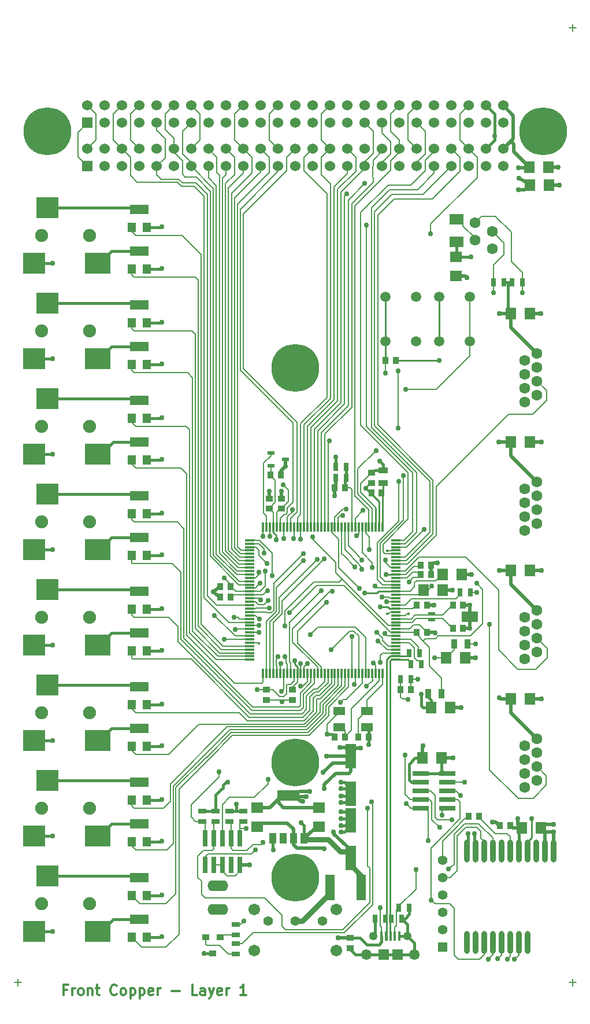
<source format=gtl>
G04 #@! TF.FileFunction,Copper,L1,Top,Signal*
%FSLAX46Y46*%
G04 Gerber Fmt 4.6, Leading zero omitted, Abs format (unit mm)*
G04 Created by KiCad (PCBNEW 4.0.5) date 01/22/17 20:45:39*
%MOMM*%
%LPD*%
G01*
G04 APERTURE LIST*
%ADD10C,0.150000*%
%ADD11C,0.127000*%
%ADD12C,0.299720*%
%ADD13R,2.032000X1.524000*%
%ADD14R,1.397000X0.889000*%
%ADD15R,0.889000X1.397000*%
%ADD16O,0.812800X3.352800*%
%ADD17R,1.600200X1.803400*%
%ADD18R,0.635000X1.143000*%
%ADD19R,0.899200X1.000800*%
%ADD20R,1.000800X0.899200*%
%ADD21R,1.803400X1.193800*%
%ADD22R,1.803400X1.600200*%
%ADD23R,1.000800X0.599400*%
%ADD24R,3.200000X3.100000*%
%ADD25R,3.800000X3.100000*%
%ADD26C,1.900000*%
%ADD27R,1.600200X3.599200*%
%ADD28R,2.400000X0.760000*%
%ADD29R,0.760000X2.400000*%
%ADD30R,2.400000X1.500000*%
%ADD31R,1.100000X0.600000*%
%ADD32C,1.706880*%
%ADD33C,1.400000*%
%ADD34R,1.397000X3.810000*%
%ADD35R,1.143000X0.635000*%
%ADD36C,7.000000*%
%ADD37R,1.524000X1.524000*%
%ADD38C,1.524000*%
%ADD39C,1.600000*%
%ADD40C,7.000240*%
%ADD41R,3.300000X1.500000*%
%ADD42R,1.000000X1.500000*%
%ADD43R,1.397000X1.397000*%
%ADD44C,1.397000*%
%ADD45C,0.381000*%
%ADD46R,1.000000X0.900000*%
%ADD47O,3.048000X1.574800*%
%ADD48O,3.048000X1.600200*%
%ADD49R,1.500000X1.550000*%
%ADD50C,1.550000*%
%ADD51R,0.400000X1.350000*%
%ADD52C,1.250000*%
%ADD53R,1.200000X1.400000*%
%ADD54R,2.800000X1.400000*%
%ADD55C,1.500000*%
%ADD56R,0.300000X1.450000*%
%ADD57R,1.450000X0.300000*%
%ADD58C,0.762000*%
%ADD59C,0.203200*%
%ADD60C,0.254000*%
%ADD61C,0.381000*%
%ADD62C,0.508000*%
%ADD63C,0.762000*%
G04 APERTURE END LIST*
D10*
D11*
X106196191Y-22950714D02*
X107163810Y-22950714D01*
X106680000Y-23434524D02*
X106680000Y-22466905D01*
X24916191Y-162650714D02*
X25883810Y-162650714D01*
X25400000Y-163134524D02*
X25400000Y-162166905D01*
X106196191Y-162650714D02*
X107163810Y-162650714D01*
X106680000Y-163134524D02*
X106680000Y-162166905D01*
D12*
X32607794Y-163722776D02*
X32107414Y-163722776D01*
X32107414Y-164509087D02*
X32107414Y-163007947D01*
X32822243Y-163007947D01*
X33394105Y-164509087D02*
X33394105Y-163508327D01*
X33394105Y-163794259D02*
X33465588Y-163651293D01*
X33537071Y-163579810D01*
X33680037Y-163508327D01*
X33823002Y-163508327D01*
X34537831Y-164509087D02*
X34394865Y-164437604D01*
X34323382Y-164366121D01*
X34251899Y-164223156D01*
X34251899Y-163794259D01*
X34323382Y-163651293D01*
X34394865Y-163579810D01*
X34537831Y-163508327D01*
X34752279Y-163508327D01*
X34895245Y-163579810D01*
X34966728Y-163651293D01*
X35038211Y-163794259D01*
X35038211Y-164223156D01*
X34966728Y-164366121D01*
X34895245Y-164437604D01*
X34752279Y-164509087D01*
X34537831Y-164509087D01*
X35681556Y-163508327D02*
X35681556Y-164509087D01*
X35681556Y-163651293D02*
X35753039Y-163579810D01*
X35896005Y-163508327D01*
X36110453Y-163508327D01*
X36253419Y-163579810D01*
X36324902Y-163722776D01*
X36324902Y-164509087D01*
X36825282Y-163508327D02*
X37397145Y-163508327D01*
X37039730Y-163007947D02*
X37039730Y-164294639D01*
X37111213Y-164437604D01*
X37254179Y-164509087D01*
X37397145Y-164509087D01*
X39899045Y-164366121D02*
X39827562Y-164437604D01*
X39613113Y-164509087D01*
X39470147Y-164509087D01*
X39255699Y-164437604D01*
X39112733Y-164294639D01*
X39041250Y-164151673D01*
X38969767Y-163865741D01*
X38969767Y-163651293D01*
X39041250Y-163365361D01*
X39112733Y-163222396D01*
X39255699Y-163079430D01*
X39470147Y-163007947D01*
X39613113Y-163007947D01*
X39827562Y-163079430D01*
X39899045Y-163150913D01*
X40756839Y-164509087D02*
X40613873Y-164437604D01*
X40542390Y-164366121D01*
X40470907Y-164223156D01*
X40470907Y-163794259D01*
X40542390Y-163651293D01*
X40613873Y-163579810D01*
X40756839Y-163508327D01*
X40971287Y-163508327D01*
X41114253Y-163579810D01*
X41185736Y-163651293D01*
X41257219Y-163794259D01*
X41257219Y-164223156D01*
X41185736Y-164366121D01*
X41114253Y-164437604D01*
X40971287Y-164509087D01*
X40756839Y-164509087D01*
X41900564Y-163508327D02*
X41900564Y-165009467D01*
X41900564Y-163579810D02*
X42043530Y-163508327D01*
X42329461Y-163508327D01*
X42472427Y-163579810D01*
X42543910Y-163651293D01*
X42615393Y-163794259D01*
X42615393Y-164223156D01*
X42543910Y-164366121D01*
X42472427Y-164437604D01*
X42329461Y-164509087D01*
X42043530Y-164509087D01*
X41900564Y-164437604D01*
X43258738Y-163508327D02*
X43258738Y-165009467D01*
X43258738Y-163579810D02*
X43401704Y-163508327D01*
X43687635Y-163508327D01*
X43830601Y-163579810D01*
X43902084Y-163651293D01*
X43973567Y-163794259D01*
X43973567Y-164223156D01*
X43902084Y-164366121D01*
X43830601Y-164437604D01*
X43687635Y-164509087D01*
X43401704Y-164509087D01*
X43258738Y-164437604D01*
X45188775Y-164437604D02*
X45045809Y-164509087D01*
X44759878Y-164509087D01*
X44616912Y-164437604D01*
X44545429Y-164294639D01*
X44545429Y-163722776D01*
X44616912Y-163579810D01*
X44759878Y-163508327D01*
X45045809Y-163508327D01*
X45188775Y-163579810D01*
X45260258Y-163722776D01*
X45260258Y-163865741D01*
X44545429Y-164008707D01*
X45903603Y-164509087D02*
X45903603Y-163508327D01*
X45903603Y-163794259D02*
X45975086Y-163651293D01*
X46046569Y-163579810D01*
X46189535Y-163508327D01*
X46332500Y-163508327D01*
X47976606Y-163937224D02*
X49120332Y-163937224D01*
X51693715Y-164509087D02*
X50978886Y-164509087D01*
X50978886Y-163007947D01*
X52837441Y-164509087D02*
X52837441Y-163722776D01*
X52765958Y-163579810D01*
X52622992Y-163508327D01*
X52337061Y-163508327D01*
X52194095Y-163579810D01*
X52837441Y-164437604D02*
X52694475Y-164509087D01*
X52337061Y-164509087D01*
X52194095Y-164437604D01*
X52122612Y-164294639D01*
X52122612Y-164151673D01*
X52194095Y-164008707D01*
X52337061Y-163937224D01*
X52694475Y-163937224D01*
X52837441Y-163865741D01*
X53409304Y-163508327D02*
X53766718Y-164509087D01*
X54124132Y-163508327D02*
X53766718Y-164509087D01*
X53623752Y-164866501D01*
X53552269Y-164937984D01*
X53409304Y-165009467D01*
X55267858Y-164437604D02*
X55124892Y-164509087D01*
X54838961Y-164509087D01*
X54695995Y-164437604D01*
X54624512Y-164294639D01*
X54624512Y-163722776D01*
X54695995Y-163579810D01*
X54838961Y-163508327D01*
X55124892Y-163508327D01*
X55267858Y-163579810D01*
X55339341Y-163722776D01*
X55339341Y-163865741D01*
X54624512Y-164008707D01*
X55982686Y-164509087D02*
X55982686Y-163508327D01*
X55982686Y-163794259D02*
X56054169Y-163651293D01*
X56125652Y-163579810D01*
X56268618Y-163508327D01*
X56411583Y-163508327D01*
X58842001Y-164509087D02*
X57984206Y-164509087D01*
X58413104Y-164509087D02*
X58413104Y-163007947D01*
X58270138Y-163222396D01*
X58127172Y-163365361D01*
X57984206Y-163436844D01*
D13*
X89712800Y-54229000D03*
X89712800Y-50927000D03*
D14*
X78930500Y-89585800D03*
X78930500Y-87680800D03*
D15*
X85572600Y-120396000D03*
X87477600Y-120396000D03*
X89369900Y-113119000D03*
X91274900Y-113119000D03*
D16*
X91186000Y-156819600D03*
X92456000Y-156819600D03*
X93726000Y-156819600D03*
X94996000Y-156819600D03*
X96266000Y-156819600D03*
X97536000Y-156819600D03*
X98806000Y-156819600D03*
X100076000Y-156819600D03*
X103886000Y-143408400D03*
X102616000Y-143408400D03*
X101346000Y-143408400D03*
X100076000Y-143408400D03*
X98806000Y-143408400D03*
X97536000Y-143408400D03*
X96266000Y-143408400D03*
X94996000Y-143408400D03*
X93726000Y-143408400D03*
X92456000Y-143408400D03*
X91186000Y-143408400D03*
D17*
X88125300Y-115164000D03*
X90919300Y-115164000D03*
D18*
X80137000Y-153289000D03*
X81661000Y-153289000D03*
X79248000Y-153289000D03*
X77724000Y-153289000D03*
X81254600Y-151676000D03*
X82778600Y-151676000D03*
D17*
X85928200Y-122453000D03*
X88722200Y-122453000D03*
D19*
X81493400Y-119786000D03*
X82997000Y-119786000D03*
X85333800Y-111417000D03*
X83830200Y-111417000D03*
D17*
X87617300Y-105207000D03*
X84823300Y-105207000D03*
D19*
X90642400Y-110833000D03*
X89138800Y-110833000D03*
X90642400Y-107429000D03*
X89138800Y-107429000D03*
X83830200Y-107442000D03*
X85333800Y-107442000D03*
D17*
X90411300Y-102921000D03*
X87617300Y-102921000D03*
D19*
X85918000Y-102971600D03*
X84414400Y-102971600D03*
X85918000Y-101549200D03*
X84414400Y-101549200D03*
X71854100Y-90284300D03*
X73357700Y-90284300D03*
D20*
X61849000Y-121274800D03*
X61849000Y-119771200D03*
X65659000Y-119771200D03*
X65659000Y-121274800D03*
D19*
X73319600Y-126721000D03*
X71816000Y-126721000D03*
X75270400Y-126721000D03*
X76774000Y-126721000D03*
D21*
X72517000Y-125272800D03*
X76581000Y-125272800D03*
X76581000Y-122885200D03*
X72517000Y-122885200D03*
D17*
X87503000Y-129794000D03*
X84709000Y-129794000D03*
D19*
X92979200Y-138328000D03*
X91475600Y-138328000D03*
X96022200Y-139649000D03*
X97525800Y-139649000D03*
D17*
X102032000Y-140056000D03*
X99238000Y-140056000D03*
X100457000Y-121133000D03*
X97663000Y-121133000D03*
X100457000Y-102362000D03*
X97663000Y-102362000D03*
X100457000Y-83540600D03*
X97663000Y-83540600D03*
D22*
X89636600Y-59232800D03*
X89636600Y-56438800D03*
D17*
X100444300Y-64770000D03*
X97650300Y-64770000D03*
X103187000Y-45974000D03*
X100393000Y-45974000D03*
X103124000Y-43307000D03*
X100330000Y-43307000D03*
D19*
X79258200Y-71628000D03*
X80761800Y-71628000D03*
D20*
X77254100Y-88072000D03*
X77254100Y-89575600D03*
D19*
X78704400Y-91033600D03*
X77200800Y-91033600D03*
D20*
X62242700Y-91818500D03*
X62242700Y-93322100D03*
X64020700Y-93322100D03*
X64020700Y-91818500D03*
D19*
X62443400Y-88417400D03*
X63947000Y-88417400D03*
D23*
X62494200Y-85153500D03*
X64607400Y-86106000D03*
X62494200Y-87058500D03*
D19*
X56581000Y-104736900D03*
X55077400Y-104736900D03*
X56581000Y-106210000D03*
X55077400Y-106210000D03*
D22*
X69570600Y-139852000D03*
X69570600Y-137058000D03*
X60464700Y-139891000D03*
X60464700Y-137097000D03*
D24*
X29700000Y-49290000D03*
D25*
X37100000Y-57390000D03*
D24*
X27800000Y-57390000D03*
D26*
X35900000Y-53340000D03*
X28900000Y-53340000D03*
D24*
X29700000Y-63260000D03*
D25*
X37100000Y-71360000D03*
D24*
X27800000Y-71360000D03*
D26*
X35900000Y-67310000D03*
X28900000Y-67310000D03*
D24*
X29700000Y-77230000D03*
D25*
X37100000Y-85330000D03*
D24*
X27800000Y-85330000D03*
D26*
X35900000Y-81280000D03*
X28900000Y-81280000D03*
D24*
X29700000Y-91200000D03*
D25*
X37100000Y-99300000D03*
D24*
X27800000Y-99300000D03*
D26*
X35900000Y-95250000D03*
X28900000Y-95250000D03*
D24*
X29700000Y-105170000D03*
D25*
X37100000Y-113270000D03*
D24*
X27800000Y-113270000D03*
D26*
X35900000Y-109220000D03*
X28900000Y-109220000D03*
D24*
X29700000Y-119140000D03*
D25*
X37100000Y-127240000D03*
D24*
X27800000Y-127240000D03*
D26*
X35900000Y-123190000D03*
X28900000Y-123190000D03*
D24*
X29700000Y-133110000D03*
D25*
X37100000Y-141210000D03*
D24*
X27800000Y-141210000D03*
D26*
X35900000Y-137160000D03*
X28900000Y-137160000D03*
D24*
X29700000Y-147080000D03*
D25*
X37100000Y-155180000D03*
D24*
X27800000Y-155180000D03*
D26*
X35900000Y-151130000D03*
X28900000Y-151130000D03*
D27*
X74168000Y-144406800D03*
X74168000Y-138905200D03*
X74168000Y-129558200D03*
X74168000Y-135059800D03*
D28*
X88310000Y-137160000D03*
X84410000Y-137160000D03*
X88310000Y-135890000D03*
X84410000Y-135890000D03*
X88310000Y-134620000D03*
X84410000Y-134620000D03*
X88310000Y-133350000D03*
X84410000Y-133350000D03*
X88310000Y-132080000D03*
X84410000Y-132080000D03*
D29*
X52832000Y-145460000D03*
X52832000Y-141560000D03*
X54102000Y-145460000D03*
X54102000Y-141560000D03*
X55372000Y-145460000D03*
X55372000Y-141560000D03*
X56642000Y-145460000D03*
X56642000Y-141560000D03*
X57912000Y-145460000D03*
X57912000Y-141560000D03*
D30*
X91616700Y-109131000D03*
D31*
X86066700Y-109581000D03*
X86066700Y-108681000D03*
D20*
X74066400Y-156118200D03*
X74066400Y-157621800D03*
D32*
X60040000Y-157940000D03*
X72040000Y-157940000D03*
D33*
X66040000Y-153690000D03*
X70040000Y-153690000D03*
X62040000Y-153690000D03*
D32*
X60040000Y-151940000D03*
X72040000Y-151940000D03*
D34*
X75717400Y-148742400D03*
X71145400Y-148742400D03*
D35*
X52451000Y-137541000D03*
X52451000Y-139065000D03*
X54356000Y-137541000D03*
X54356000Y-139065000D03*
X56388000Y-137541000D03*
X56388000Y-139065000D03*
X58420000Y-137541000D03*
X58420000Y-139065000D03*
X57378600Y-156972000D03*
X57378600Y-158496000D03*
D18*
X81483200Y-118288000D03*
X83007200Y-118288000D03*
X83007200Y-116040000D03*
X84531200Y-116040000D03*
X91744800Y-105537000D03*
X90220800Y-105537000D03*
X82753200Y-114478000D03*
X84277200Y-114478000D03*
X96596200Y-60172600D03*
X95072200Y-60172600D03*
D36*
X66040000Y-147320000D03*
X102362000Y-38100000D03*
X29718000Y-38100000D03*
D18*
X97815400Y-60172600D03*
X99339400Y-60172600D03*
D37*
X35560000Y-36830000D03*
D38*
X35560000Y-34290000D03*
X38100000Y-36830000D03*
X38100000Y-34290000D03*
X40640000Y-36830000D03*
X40640000Y-34290000D03*
X43180000Y-36830000D03*
X43180000Y-34290000D03*
X45720000Y-36830000D03*
X45720000Y-34290000D03*
X48260000Y-36830000D03*
X48260000Y-34290000D03*
X50800000Y-36830000D03*
X50800000Y-34290000D03*
X53340000Y-36830000D03*
X53340000Y-34290000D03*
X55880000Y-36830000D03*
X55880000Y-34290000D03*
X58420000Y-36830000D03*
X58420000Y-34290000D03*
X60960000Y-36830000D03*
X60960000Y-34290000D03*
X63500000Y-36830000D03*
X63500000Y-34290000D03*
X66040000Y-36830000D03*
X66040000Y-34290000D03*
X68580000Y-36830000D03*
X68580000Y-34290000D03*
X71120000Y-36830000D03*
X71120000Y-34290000D03*
X73660000Y-36830000D03*
X73660000Y-34290000D03*
X76200000Y-36830000D03*
X76200000Y-34290000D03*
X78740000Y-36830000D03*
X78740000Y-34290000D03*
X81280000Y-36830000D03*
X81280000Y-34290000D03*
X83820000Y-36830000D03*
X83820000Y-34290000D03*
X86360000Y-36830000D03*
X86360000Y-34290000D03*
X88900000Y-36830000D03*
X88900000Y-34290000D03*
X91440000Y-36830000D03*
X91440000Y-34290000D03*
X93980000Y-36830000D03*
X93980000Y-34290000D03*
X96520000Y-36830000D03*
X96520000Y-34290000D03*
D37*
X35560000Y-43180000D03*
D38*
X35560000Y-40640000D03*
X38100000Y-43180000D03*
X38100000Y-40640000D03*
X40640000Y-43180000D03*
X40640000Y-40640000D03*
X43180000Y-43180000D03*
X43180000Y-40640000D03*
X45720000Y-43180000D03*
X45720000Y-40640000D03*
X48260000Y-43180000D03*
X48260000Y-40640000D03*
X50800000Y-43180000D03*
X50800000Y-40640000D03*
X53340000Y-43180000D03*
X53340000Y-40640000D03*
X55880000Y-43180000D03*
X55880000Y-40640000D03*
X58420000Y-43180000D03*
X58420000Y-40640000D03*
X60960000Y-43180000D03*
X60960000Y-40640000D03*
X63500000Y-43180000D03*
X63500000Y-40640000D03*
X66040000Y-43180000D03*
X66040000Y-40640000D03*
X68580000Y-43180000D03*
X68580000Y-40640000D03*
X71120000Y-43180000D03*
X71120000Y-40640000D03*
X73660000Y-43180000D03*
X73660000Y-40640000D03*
X76200000Y-43180000D03*
X76200000Y-40640000D03*
X78740000Y-43180000D03*
X78740000Y-40640000D03*
X81280000Y-43180000D03*
X81280000Y-40640000D03*
X83820000Y-43180000D03*
X83820000Y-40640000D03*
X86360000Y-43180000D03*
X86360000Y-40640000D03*
X88900000Y-43180000D03*
X88900000Y-40640000D03*
X91440000Y-43180000D03*
X91440000Y-40640000D03*
X93980000Y-43180000D03*
X93980000Y-40640000D03*
X96520000Y-43180000D03*
X96520000Y-40640000D03*
D18*
X73482200Y-87198200D03*
X71958200Y-87198200D03*
X73482200Y-88785700D03*
X71958200Y-88785700D03*
D39*
X101480000Y-131056000D03*
X101480000Y-129026000D03*
X99700000Y-132086000D03*
X99700000Y-130056000D03*
X99700000Y-134116000D03*
X101480000Y-133086000D03*
X99700000Y-128026000D03*
X101480000Y-126996000D03*
X101480000Y-93464000D03*
X101480000Y-91434000D03*
X99700000Y-94494000D03*
X99700000Y-92464000D03*
X99700000Y-96524000D03*
X101480000Y-95494000D03*
X99700000Y-90434000D03*
X101480000Y-89404000D03*
X101480000Y-74668000D03*
X101480000Y-72638000D03*
X99700000Y-75698000D03*
X99700000Y-73668000D03*
X99700000Y-77728000D03*
X101480000Y-76698000D03*
X99700000Y-71638000D03*
X101480000Y-70608000D03*
X101480000Y-112260000D03*
X101480000Y-110230000D03*
X99700000Y-113290000D03*
X99700000Y-111260000D03*
X99700000Y-115320000D03*
X101480000Y-114290000D03*
X99700000Y-109230000D03*
X101480000Y-108200000D03*
X92376000Y-53970000D03*
X92376000Y-51440000D03*
X94916000Y-55240000D03*
X94916000Y-52710000D03*
D40*
X66040000Y-72700000D03*
X66040000Y-130500000D03*
D41*
X65036700Y-135267000D03*
D42*
X62786700Y-141567000D03*
X64286700Y-141567000D03*
X65786700Y-141567000D03*
X67286700Y-141567000D03*
D43*
X87630000Y-157480000D03*
D44*
X87630000Y-154940000D03*
X87630000Y-152400000D03*
X87630000Y-149860000D03*
X87630000Y-147320000D03*
X87630000Y-144780000D03*
D45*
X79502000Y-108712000D03*
X82677000Y-108712000D03*
X79502000Y-99441000D03*
X60706000Y-113030000D03*
D46*
X55025000Y-156026000D03*
X52925000Y-156026000D03*
X53975000Y-158426000D03*
D35*
X57378600Y-154153000D03*
X57378600Y-155677000D03*
D47*
X54737000Y-151991000D03*
D48*
X54737000Y-148491000D03*
D49*
X81010000Y-158570000D03*
X79010000Y-158570000D03*
D50*
X76510000Y-158570000D03*
D51*
X79360000Y-155895000D03*
X78710000Y-155895000D03*
X80010000Y-155895000D03*
X80660000Y-155895000D03*
X81310000Y-155895000D03*
D52*
X82510000Y-155895000D03*
X77510000Y-155895000D03*
D50*
X83510000Y-158570000D03*
D53*
X42080000Y-156016000D03*
X44280000Y-156016000D03*
D54*
X43180000Y-153416000D03*
D53*
X42080000Y-149920000D03*
X44280000Y-149920000D03*
D54*
X43180000Y-147320000D03*
D53*
X42080000Y-142046000D03*
X44280000Y-142046000D03*
D54*
X43180000Y-139446000D03*
D53*
X42080000Y-135950000D03*
X44280000Y-135950000D03*
D54*
X43180000Y-133350000D03*
D53*
X42080000Y-128076000D03*
X44280000Y-128076000D03*
D54*
X43180000Y-125476000D03*
D53*
X42080000Y-121980000D03*
X44280000Y-121980000D03*
D54*
X43180000Y-119380000D03*
D53*
X42080000Y-114106000D03*
X44280000Y-114106000D03*
D54*
X43180000Y-111506000D03*
D53*
X42080000Y-108010000D03*
X44280000Y-108010000D03*
D54*
X43180000Y-105410000D03*
D53*
X42080000Y-100136000D03*
X44280000Y-100136000D03*
D54*
X43180000Y-97536000D03*
D53*
X42080000Y-94040000D03*
X44280000Y-94040000D03*
D54*
X43180000Y-91440000D03*
D53*
X42080000Y-86166000D03*
X44280000Y-86166000D03*
D54*
X43180000Y-83566000D03*
D53*
X42080000Y-80070000D03*
X44280000Y-80070000D03*
D54*
X43180000Y-77470000D03*
D53*
X42080000Y-72196000D03*
X44280000Y-72196000D03*
D54*
X43180000Y-69596000D03*
D53*
X42080000Y-66100000D03*
X44280000Y-66100000D03*
D54*
X43180000Y-63500000D03*
D53*
X42080000Y-58226000D03*
X44280000Y-58226000D03*
D54*
X43180000Y-55626000D03*
D53*
X42080000Y-52130000D03*
X44280000Y-52130000D03*
D54*
X43180000Y-49530000D03*
D55*
X83784000Y-62282000D03*
X79284000Y-62282000D03*
X79284000Y-68782000D03*
X83784000Y-68782000D03*
X91658000Y-62282000D03*
X87158000Y-62282000D03*
X87158000Y-68782000D03*
X91658000Y-68782000D03*
D56*
X61353700Y-117380000D03*
X61861700Y-117380000D03*
X62357000Y-117380000D03*
X62852300Y-117380000D03*
X63360300Y-117380000D03*
X63855600Y-117380000D03*
X64350900Y-117380000D03*
X64858900Y-117380000D03*
X65354200Y-117380000D03*
X65849500Y-117380000D03*
X66357500Y-117380000D03*
X66852800Y-117380000D03*
X67348100Y-117380000D03*
X67856100Y-117380000D03*
X68351400Y-117380000D03*
X68846700Y-117380000D03*
X69354700Y-117380000D03*
X69850000Y-117380000D03*
X70358000Y-117380000D03*
X70853300Y-117380000D03*
X71361300Y-117380000D03*
X71856600Y-117380000D03*
X72351900Y-117380000D03*
X72859900Y-117380000D03*
X73355200Y-117380000D03*
X73850500Y-117380000D03*
X74358500Y-117380000D03*
X74853800Y-117380000D03*
X75349100Y-117380000D03*
X75857100Y-117380000D03*
X76352400Y-117380000D03*
X76847700Y-117380000D03*
X77355700Y-117380000D03*
X77851000Y-117380000D03*
X78346300Y-117380000D03*
X78854300Y-117380000D03*
D57*
X80804000Y-100926900D03*
X80804000Y-100431600D03*
X80804000Y-99936300D03*
X80804000Y-99428300D03*
X80804000Y-98933000D03*
X80804000Y-98437700D03*
X80804000Y-97929700D03*
X59404000Y-100431600D03*
X59404000Y-100926900D03*
X59404000Y-101434900D03*
X59404000Y-101930200D03*
X59404000Y-102425500D03*
X59404000Y-102933500D03*
X59404000Y-103428800D03*
X59404000Y-103924100D03*
X59404000Y-104432100D03*
X59404000Y-104927400D03*
X59404000Y-105422700D03*
X59404000Y-105930700D03*
X59404000Y-106426000D03*
X59404000Y-106934000D03*
X59404000Y-107429300D03*
X59404000Y-107937300D03*
X59404000Y-108432600D03*
X59404000Y-108927900D03*
X59404000Y-109435900D03*
X59404000Y-109931200D03*
X59404000Y-110426500D03*
X59404000Y-110934500D03*
X59404000Y-111429800D03*
X59404000Y-111925100D03*
X59404000Y-112433100D03*
X59404000Y-112928400D03*
X59404000Y-113423700D03*
X59404000Y-113931700D03*
X59404000Y-114427000D03*
X59404000Y-114922300D03*
X59404000Y-115430300D03*
X80804000Y-115430300D03*
X80804000Y-114922300D03*
X80804000Y-114427000D03*
X80804000Y-113931700D03*
X80804000Y-113423700D03*
X80804000Y-112928400D03*
X80804000Y-112433100D03*
X80804000Y-111925100D03*
X80804000Y-111429800D03*
X80804000Y-110934500D03*
X80804000Y-110426500D03*
X80804000Y-109931200D03*
X80804000Y-109435900D03*
X80804000Y-108927900D03*
X80804000Y-108432600D03*
X80804000Y-107937300D03*
X80804000Y-107429300D03*
X80804000Y-106934000D03*
X80804000Y-106426000D03*
X80804000Y-105930700D03*
X80804000Y-105422700D03*
X80804000Y-104927400D03*
X80804000Y-104432100D03*
X80804000Y-103924100D03*
X80804000Y-103428800D03*
X80804000Y-102933500D03*
X80804000Y-102425500D03*
X80804000Y-101930200D03*
X80804000Y-101434900D03*
D56*
X76352400Y-95980000D03*
X75857100Y-95980000D03*
X75349100Y-95980000D03*
X74853800Y-95980000D03*
X74358500Y-95980000D03*
X73850500Y-95980000D03*
X73355200Y-95980000D03*
X72859900Y-95980000D03*
X72351900Y-95980000D03*
X71856600Y-95980000D03*
X71361300Y-95980000D03*
X70853300Y-95980000D03*
X70358000Y-95980000D03*
X69850000Y-95980000D03*
X69354700Y-95980000D03*
X68846700Y-95980000D03*
X68351400Y-95980000D03*
X67856100Y-95980000D03*
X67348100Y-95980000D03*
X66852800Y-95980000D03*
X66357500Y-95980000D03*
X65849500Y-95980000D03*
X65354200Y-95980000D03*
X64858900Y-95980000D03*
X64350900Y-95980000D03*
X63855600Y-95980000D03*
X63360300Y-95980000D03*
X62852300Y-95980000D03*
X62357000Y-95980000D03*
X61861700Y-95980000D03*
X61353700Y-95980000D03*
X78854300Y-95980000D03*
X78346300Y-95980000D03*
X77851000Y-95980000D03*
X77355700Y-95980000D03*
X76847700Y-95980000D03*
D57*
X59404000Y-97929700D03*
X59404000Y-98437700D03*
X59404000Y-98933000D03*
X59404000Y-99428300D03*
X59404000Y-99936300D03*
D58*
X55626000Y-112420400D03*
X54203600Y-108915200D03*
X60736480Y-111434880D03*
X57251600Y-110947200D03*
X60746640Y-110429040D03*
X57083960Y-109199680D03*
X60766960Y-109479080D03*
X62042040Y-106791760D03*
X60934600Y-104175560D03*
X60716160Y-102595680D03*
X64343280Y-97683320D03*
X65597700Y-93496000D03*
X65841880Y-97718880D03*
X66842640Y-97764600D03*
X73558400Y-47218600D03*
X76200000Y-45745400D03*
X71069600Y-83389800D03*
X81132680Y-73167240D03*
X81132680Y-81554320D03*
X77876400Y-84810600D03*
X76504800Y-51841400D03*
X74371200Y-111988600D03*
X85877400Y-53086000D03*
X67259700Y-100893800D03*
X64531700Y-114944500D03*
X94335600Y-159258000D03*
X87249000Y-139928600D03*
X82130100Y-129328100D03*
X90271600Y-135280400D03*
X95732600Y-159182000D03*
X97104200Y-159258000D03*
X89027000Y-138861800D03*
X90855800Y-133350000D03*
X98171000Y-159258000D03*
X64046300Y-120052000D03*
X85953600Y-150596600D03*
X85572600Y-141859000D03*
X82335800Y-136506500D03*
X63557500Y-114998800D03*
X63980200Y-115941600D03*
X87553800Y-138125200D03*
X88493600Y-146050000D03*
X76682600Y-137160000D03*
X74689500Y-119046900D03*
X71272400Y-113944400D03*
X61341000Y-142138400D03*
X62052200Y-132918200D03*
X72644000Y-121666000D03*
X68224400Y-111734600D03*
X54864000Y-131826000D03*
X95072200Y-61671200D03*
X81178400Y-89281000D03*
X99339400Y-61671200D03*
X81889600Y-88493600D03*
X75976480Y-93583760D03*
X69284500Y-100712200D03*
X73476400Y-93400500D03*
X73036500Y-94344800D03*
X70307200Y-100685600D03*
X75044300Y-97282000D03*
X79242920Y-100812600D03*
X70612000Y-107010200D03*
X84912200Y-96367600D03*
X69888100Y-105308400D03*
X71501000Y-105410000D03*
X77343000Y-101904800D03*
X75819000Y-100787200D03*
X75819000Y-102158800D03*
X74803000Y-101828600D03*
X75462500Y-104962800D03*
X76911100Y-99268800D03*
X61945400Y-101321500D03*
X94538800Y-110210600D03*
X78744600Y-106232400D03*
X61353700Y-97371800D03*
X62695600Y-103073200D03*
X61454800Y-99824200D03*
X68630800Y-97459800D03*
X79273400Y-73456800D03*
X58877200Y-140081000D03*
X64516000Y-110490000D03*
X62206400Y-107879900D03*
X83743800Y-146100800D03*
X78486000Y-115824000D03*
X78486000Y-151702000D03*
X72326500Y-156108000D03*
X61645800Y-102412800D03*
X64262700Y-89780400D03*
X60452000Y-119761000D03*
X86055200Y-104660700D03*
X55659600Y-103437000D03*
X65252500Y-108503600D03*
X92608400Y-104241600D03*
X82778600Y-104076500D03*
X77490320Y-115890040D03*
X84540300Y-120462100D03*
X61976000Y-105283000D03*
X87122000Y-71628000D03*
X70612000Y-129540000D03*
X98704400Y-43383200D03*
X65963800Y-115519200D03*
X78486000Y-107671000D03*
X76250800Y-105664000D03*
X79349600Y-102920800D03*
X84759800Y-128016000D03*
X98653600Y-138684000D03*
X92456000Y-113119000D03*
X57429400Y-136550400D03*
X72567800Y-128282700D03*
X70154800Y-131928000D03*
X75641200Y-128308000D03*
X78435200Y-86385400D03*
X92659200Y-105537000D03*
X56159400Y-133312000D03*
X60198000Y-143205000D03*
X95935800Y-64770000D03*
X70307200Y-143104000D03*
X70307200Y-134302000D03*
X95961200Y-121006000D03*
X95961200Y-102362000D03*
X95834200Y-83591400D03*
X63246000Y-97891600D03*
X71628000Y-140589000D03*
X98831400Y-44983400D03*
X95275400Y-38760400D03*
X91770200Y-56464200D03*
X98704400Y-46659800D03*
X71958200Y-85750400D03*
X66903600Y-139294000D03*
X62814200Y-143205000D03*
X60980320Y-106690160D03*
X70700900Y-126314000D03*
X64135000Y-121539000D03*
X30480000Y-155194000D03*
X30480000Y-141224000D03*
X30480000Y-127254000D03*
X30480000Y-113284000D03*
X30480000Y-99314000D03*
X30480000Y-85344000D03*
X30480000Y-71374000D03*
X30480000Y-57404000D03*
X46482000Y-155956000D03*
X46482000Y-149860000D03*
X46482000Y-141986000D03*
X46482000Y-135890000D03*
X46482000Y-128016000D03*
X46482000Y-121920000D03*
X46482000Y-114046000D03*
X46482000Y-107950000D03*
X46482000Y-100076000D03*
X46482000Y-93980000D03*
X46482000Y-86106000D03*
X46482000Y-80010000D03*
X46482000Y-72136000D03*
X46482000Y-66040000D03*
X46482000Y-58166000D03*
X46482000Y-52070000D03*
X72771000Y-133350000D03*
X72745600Y-140614400D03*
X66852800Y-115951000D03*
X79171800Y-111557000D03*
X76504800Y-119278400D03*
X77724000Y-104648000D03*
X79438500Y-106934000D03*
X62344300Y-97358200D03*
X92303600Y-140843000D03*
X91363800Y-140843000D03*
X91592400Y-110820000D03*
X102032000Y-64770000D03*
X83972400Y-118288000D03*
X102108000Y-121107000D03*
X91668600Y-107442000D03*
X86512400Y-111455000D03*
X76362560Y-90337640D03*
X54038500Y-105486200D03*
X64604900Y-87122000D03*
X104724000Y-45999400D03*
X104597000Y-43307000D03*
X91236800Y-59537600D03*
X89077800Y-105207000D03*
X67665600Y-135433000D03*
X52705000Y-158369000D03*
X62242700Y-90766900D03*
X64020700Y-90766900D03*
X90335100Y-122453000D03*
X92468700Y-115164000D03*
X91909900Y-102921000D03*
X86893400Y-101244400D03*
X100660200Y-138709400D03*
X89154000Y-129794000D03*
X71856600Y-91440000D03*
X86360000Y-107442000D03*
X76771500Y-127838000D03*
X72745600Y-137643000D03*
X72758300Y-136309000D03*
X72771000Y-134239000D03*
X72745600Y-139700000D03*
X72771000Y-135331200D03*
X72745600Y-138633200D03*
X59385200Y-145465800D03*
X102108000Y-83540600D03*
X102159000Y-102362000D03*
X94919800Y-139179000D03*
X103886000Y-140640000D03*
X103886000Y-139522000D03*
X67183000Y-136144000D03*
X68173600Y-134722000D03*
X82550000Y-121221500D03*
X78206600Y-112649000D03*
X86423500Y-115164000D03*
X78003400Y-111379000D03*
X77241400Y-136194800D03*
X67828160Y-115986560D03*
X58521600Y-153695400D03*
X66802000Y-119253000D03*
X67220400Y-99922400D03*
X82226500Y-75836700D03*
D59*
X59118500Y-112433100D02*
X59105800Y-112420400D01*
X55626000Y-112420400D02*
X59105800Y-112420400D01*
X35560000Y-36830000D02*
X35560000Y-36855400D01*
X34188400Y-41808400D02*
X35560000Y-43180000D01*
X34188400Y-38227000D02*
X34188400Y-41808400D01*
X35560000Y-36855400D02*
X34188400Y-38227000D01*
X54203600Y-108915200D02*
X57213500Y-111925100D01*
X59118500Y-111925100D02*
X57213500Y-111925100D01*
X36838500Y-35568500D02*
X35560000Y-34290000D01*
X36838500Y-39361500D02*
X36838500Y-35568500D01*
X35560000Y-40640000D02*
X36838500Y-39361500D01*
X59404000Y-111429800D02*
X60731400Y-111429800D01*
X60731400Y-111429800D02*
X60736480Y-111434880D01*
X57264300Y-110934500D02*
X59118500Y-110934500D01*
X57264300Y-110934500D02*
X57251600Y-110947200D01*
X60744100Y-110426500D02*
X59404000Y-110426500D01*
X60746640Y-110429040D02*
X60744100Y-110426500D01*
X41900600Y-41900600D02*
X41900600Y-44542600D01*
X40640000Y-40640000D02*
X41900600Y-41900600D01*
X41900600Y-44542600D02*
X42900200Y-45542200D01*
X48818800Y-45542200D02*
X42900200Y-45542200D01*
X39357500Y-39357500D02*
X40640000Y-40640000D01*
X39357500Y-35572500D02*
X39357500Y-39357500D01*
X40640000Y-34290000D02*
X39357500Y-35572500D01*
X56257714Y-109880400D02*
X56261000Y-109880400D01*
X52705000Y-106349960D02*
X56257714Y-109880400D01*
X52705000Y-47599600D02*
X51206400Y-46101000D01*
X51206400Y-46101000D02*
X49377600Y-46101000D01*
X49377600Y-46101000D02*
X48818800Y-45542200D01*
X52705000Y-106349960D02*
X52705000Y-47599600D01*
X56311800Y-109931200D02*
X59118500Y-109931200D01*
X56261000Y-109880400D02*
X56311800Y-109931200D01*
X57083960Y-109199680D02*
X57650380Y-109199680D01*
X57886600Y-109435900D02*
X59118500Y-109435900D01*
X57650380Y-109199680D02*
X57886600Y-109435900D01*
X60215780Y-108927900D02*
X59404000Y-108927900D01*
X60766960Y-109479080D02*
X60215780Y-108927900D01*
X41897500Y-39357500D02*
X43180000Y-40640000D01*
X41897500Y-35572500D02*
X41897500Y-39357500D01*
X43180000Y-34290000D02*
X41897500Y-35572500D01*
X45720000Y-36830000D02*
X45720000Y-37896800D01*
X46983600Y-41941800D02*
X46983600Y-39160400D01*
X46983600Y-39160400D02*
X45720000Y-37896800D01*
X45745400Y-43180000D02*
X46983600Y-41941800D01*
X45745400Y-43180000D02*
X45720000Y-43180000D01*
X49569230Y-45660450D02*
X51527850Y-45660450D01*
X45720000Y-43180000D02*
X45720000Y-44424600D01*
X46380400Y-45085000D02*
X48993780Y-45085000D01*
X45720000Y-44424600D02*
X46380400Y-45085000D01*
X49569230Y-45660450D02*
X48993780Y-45085000D01*
X53147700Y-106072200D02*
X53147700Y-47280300D01*
X51527850Y-45660450D02*
X53147700Y-47280300D01*
X59118500Y-107429300D02*
X54504800Y-107429300D01*
X54504800Y-107429300D02*
X53147700Y-106072200D01*
X60294400Y-106934000D02*
X60294400Y-107010080D01*
X59118500Y-106934000D02*
X60294400Y-106934000D01*
X61457840Y-107375960D02*
X62042040Y-106791760D01*
X60660280Y-107375960D02*
X61457840Y-107375960D01*
X60294400Y-107010080D02*
X60660280Y-107375960D01*
X59404000Y-104927400D02*
X60182760Y-104927400D01*
X60182760Y-104927400D02*
X60934600Y-104175560D01*
X49926360Y-44787700D02*
X51556800Y-44787700D01*
X51556800Y-44787700D02*
X53625200Y-46856100D01*
X48260000Y-39090300D02*
X48260000Y-41122600D01*
X46983900Y-37814200D02*
X48260000Y-39090300D01*
X46983900Y-35566100D02*
X46983900Y-37814200D01*
X48260000Y-34290000D02*
X46983900Y-35566100D01*
X49521500Y-44382840D02*
X49926360Y-44787700D01*
X49521500Y-42384100D02*
X49521500Y-44382840D01*
X48260000Y-41122600D02*
X49521500Y-42384100D01*
X53625200Y-46856100D02*
X53625200Y-100258300D01*
X59118500Y-104432100D02*
X57799000Y-104432100D01*
X53625200Y-100258300D02*
X57799000Y-104432100D01*
X54057002Y-46443400D02*
X54057002Y-100115362D01*
X50800000Y-43180000D02*
X50800000Y-43186398D01*
X54057002Y-46443400D02*
X50800000Y-43186398D01*
X57865740Y-103924100D02*
X59118500Y-103924100D01*
X54057002Y-100115362D02*
X57865740Y-103924100D01*
X50800000Y-36830000D02*
X49530000Y-38100000D01*
X50800000Y-42672000D02*
X50800000Y-43180000D01*
X49530000Y-41402000D02*
X50800000Y-42672000D01*
X49530000Y-38100000D02*
X49530000Y-41402000D01*
X50795300Y-43175300D02*
X50800000Y-43180000D01*
X59404000Y-103428800D02*
X60187840Y-103428800D01*
X60700920Y-102610920D02*
X60716160Y-102595680D01*
X60700920Y-102915720D02*
X60700920Y-102610920D01*
X60187840Y-103428800D02*
X60700920Y-102915720D01*
X52063600Y-39376400D02*
X50800000Y-40640000D01*
X52063600Y-35553600D02*
X52063600Y-39376400D01*
X50800000Y-34290000D02*
X52063600Y-35553600D01*
X53340000Y-43180000D02*
X53340000Y-44880320D01*
X59118500Y-102933500D02*
X57476200Y-102933500D01*
X54489400Y-99946700D02*
X57476200Y-102933500D01*
X54489400Y-46029720D02*
X54489400Y-99946700D01*
X53340000Y-44880320D02*
X54489400Y-46029720D01*
X53340000Y-40640000D02*
X54580700Y-41880700D01*
X57543500Y-102425500D02*
X59118500Y-102425500D01*
X54947000Y-99829000D02*
X57543500Y-102425500D01*
X54947000Y-44486800D02*
X54947000Y-99829000D01*
X54580700Y-44120500D02*
X54947000Y-44486800D01*
X54580700Y-41880700D02*
X54580700Y-44120500D01*
X55880000Y-43180000D02*
X55880000Y-44475400D01*
X55880000Y-44475400D02*
X55397400Y-44958000D01*
X55397400Y-99635700D02*
X55397400Y-44958000D01*
X59118500Y-101930200D02*
X57691900Y-101930200D01*
X57691900Y-101930200D02*
X55397400Y-99635700D01*
X57131100Y-41891100D02*
X55880000Y-40640000D01*
X57131100Y-44410000D02*
X57131100Y-41891100D01*
X55837300Y-45703800D02*
X57131100Y-44410000D01*
X55837300Y-99500400D02*
X55837300Y-45703800D01*
X57771800Y-101434900D02*
X55837300Y-99500400D01*
X59118500Y-101434900D02*
X57771800Y-101434900D01*
X58420000Y-44212400D02*
X58420000Y-43180000D01*
X56269400Y-46363000D02*
X58420000Y-44212400D01*
X56269400Y-99344900D02*
X56269400Y-46363000D01*
X59118500Y-100926900D02*
X57851400Y-100926900D01*
X57851400Y-100926900D02*
X56269400Y-99344900D01*
X57137500Y-35572500D02*
X58420000Y-34290000D01*
X57137500Y-39357500D02*
X57137500Y-35572500D01*
X58420000Y-40640000D02*
X57137500Y-39357500D01*
X58420000Y-40640000D02*
X59690600Y-41910600D01*
X59118500Y-100431600D02*
X57931300Y-100431600D01*
X56714200Y-99214500D02*
X57931300Y-100431600D01*
X56714200Y-47146700D02*
X56714200Y-99214500D01*
X59690600Y-44170300D02*
X56714200Y-47146700D01*
X59690600Y-41910600D02*
X59690600Y-44170300D01*
X60209900Y-44785200D02*
X60210780Y-44785200D01*
X59118500Y-99936300D02*
X58051400Y-99936300D01*
X60209900Y-44785200D02*
X57146400Y-47848700D01*
X57146400Y-47848700D02*
X57146400Y-99031300D01*
X57146400Y-99031300D02*
X58051400Y-99936300D01*
X60960000Y-44035980D02*
X60960000Y-43180000D01*
X60210780Y-44785200D02*
X60960000Y-44035980D01*
X57581400Y-48717600D02*
X57581400Y-98891560D01*
X57581400Y-48717600D02*
X62240200Y-44058800D01*
X62240200Y-44058800D02*
X62240200Y-41920200D01*
X60960000Y-40640000D02*
X62240200Y-41920200D01*
X58118140Y-99428300D02*
X59118500Y-99428300D01*
X57581400Y-98891560D02*
X58118140Y-99428300D01*
X58014100Y-49478700D02*
X63474600Y-44018200D01*
X58014100Y-73018200D02*
X58014100Y-49478700D01*
X65722100Y-80726200D02*
X58014100Y-73018200D01*
X65722100Y-92401300D02*
X65722100Y-80726200D01*
X64911600Y-93211800D02*
X65722100Y-92401300D01*
X64911600Y-93868600D02*
X64911600Y-93211800D01*
X63474600Y-43205400D02*
X63500000Y-43180000D01*
X63474600Y-44018200D02*
X63474600Y-43205400D01*
X63855600Y-95694500D02*
X63855600Y-94742000D01*
X64490600Y-94107000D02*
X64673200Y-94107000D01*
X63855600Y-94742000D02*
X64490600Y-94107000D01*
X64673200Y-94107000D02*
X64911600Y-93868600D01*
X64350900Y-95980000D02*
X64350900Y-97675700D01*
X64350900Y-97675700D02*
X64343280Y-97683320D01*
X62236300Y-35553700D02*
X63500000Y-34290000D01*
X62236300Y-39376300D02*
X62236300Y-35553700D01*
X63500000Y-40640000D02*
X62236300Y-39376300D01*
X64858900Y-94496600D02*
X64858900Y-95694500D01*
X65597700Y-93757800D02*
X64858900Y-94496600D01*
X65597700Y-93496000D02*
X65597700Y-93757800D01*
X58454500Y-50174100D02*
X64761700Y-43866900D01*
X64761700Y-43866900D02*
X64761700Y-41918300D01*
X66040000Y-40640000D02*
X64761700Y-41918300D01*
X65436700Y-94627400D02*
X65436700Y-94634100D01*
X65436700Y-94627400D02*
X66283800Y-93780300D01*
X66283800Y-93780300D02*
X66283800Y-80635100D01*
X66283800Y-80635100D02*
X58454500Y-72805800D01*
X58454500Y-72805800D02*
X58454500Y-50174100D01*
X65354200Y-94716600D02*
X65354200Y-95694500D01*
X65436700Y-94634100D02*
X65354200Y-94716600D01*
X65849500Y-95980000D02*
X65849500Y-97711260D01*
X65849500Y-97711260D02*
X65841880Y-97718880D01*
X67306800Y-41913200D02*
X68580000Y-40640000D01*
X67306800Y-43878200D02*
X67306800Y-41913200D01*
X70690200Y-47261600D02*
X67306800Y-43878200D01*
X70690200Y-77012700D02*
X70690200Y-47261600D01*
X66842900Y-80860000D02*
X70690200Y-77012700D01*
X66842900Y-94142000D02*
X66842900Y-80860000D01*
X66357500Y-95694500D02*
X66357500Y-94627400D01*
X66357500Y-94627400D02*
X66842900Y-94142000D01*
X66852800Y-95980000D02*
X66852800Y-97754440D01*
X66852800Y-97754440D02*
X66842640Y-97764600D01*
X69844400Y-35565600D02*
X71120000Y-34290000D01*
X69844400Y-39364400D02*
X69844400Y-35565600D01*
X71120000Y-40640000D02*
X69844400Y-39364400D01*
X69839500Y-41920500D02*
X71120000Y-40640000D01*
X69839500Y-44455800D02*
X69839500Y-41920500D01*
X71198600Y-45814900D02*
X69839500Y-44455800D01*
X71198600Y-77204600D02*
X71198600Y-45814900D01*
X67348100Y-81055100D02*
X71198600Y-77204600D01*
X67348100Y-95694500D02*
X67348100Y-81055100D01*
X71719600Y-77393700D02*
X71719600Y-46212600D01*
X73660000Y-44272200D02*
X73660000Y-43180000D01*
X71719600Y-46212600D02*
X73660000Y-44272200D01*
X67856100Y-81257200D02*
X67856100Y-95694500D01*
X71719600Y-77393700D02*
X67856100Y-81257200D01*
X74934200Y-41914200D02*
X73660000Y-40640000D01*
X74934200Y-43907100D02*
X74934200Y-41914200D01*
X72253400Y-46587900D02*
X74934200Y-43907100D01*
X72253400Y-77570600D02*
X72253400Y-46587900D01*
X68351400Y-95694500D02*
X68351400Y-81472600D01*
X68351400Y-81472600D02*
X72253400Y-77570600D01*
X77470400Y-38100400D02*
X76200000Y-36830000D01*
X77470400Y-41337100D02*
X77470400Y-38100400D01*
X76200000Y-42607500D02*
X77470400Y-41337100D01*
X76200000Y-43510200D02*
X76200000Y-42607500D01*
X72761700Y-46948500D02*
X76200000Y-43510200D01*
X72761700Y-77793100D02*
X72761700Y-46948500D01*
X68846700Y-81708100D02*
X72761700Y-77793100D01*
X68846700Y-95694500D02*
X68846700Y-81708100D01*
X73270100Y-47506900D02*
X73558400Y-47218600D01*
X73270100Y-77995500D02*
X73270100Y-47506900D01*
X69354700Y-81910900D02*
X73270100Y-77995500D01*
X69354700Y-95694500D02*
X69354700Y-81910900D01*
X78740000Y-36830000D02*
X78740000Y-38303200D01*
X78740000Y-42672000D02*
X78740000Y-43180000D01*
X80010000Y-41402000D02*
X78740000Y-42672000D01*
X80010000Y-39573200D02*
X80010000Y-41402000D01*
X78740000Y-38303200D02*
X80010000Y-39573200D01*
X73812257Y-50873015D02*
X73810600Y-78207900D01*
X73810600Y-78207900D02*
X69850000Y-82168500D01*
X69850000Y-95694500D02*
X69850000Y-82168500D01*
X73812257Y-48133143D02*
X73812257Y-50873015D01*
X73812257Y-48133143D02*
X76200000Y-45745400D01*
X77444600Y-44119800D02*
X77446500Y-45540300D01*
X77446500Y-45540300D02*
X74320400Y-48666400D01*
X77448400Y-42290000D02*
X77444600Y-44119800D01*
X78740000Y-40998400D02*
X77448400Y-42290000D01*
X78740000Y-40640000D02*
X78740000Y-40998400D01*
X74320400Y-48666400D02*
X74320400Y-78443300D01*
X70358000Y-82405700D02*
X70358000Y-95694500D01*
X74320400Y-78443300D02*
X70358000Y-82405700D01*
X70853300Y-83606100D02*
X70853300Y-95694500D01*
X71069600Y-83389800D02*
X70853300Y-83606100D01*
X74765413Y-91526355D02*
X74899515Y-91526355D01*
X74765413Y-91526355D02*
X74766100Y-78748100D01*
X74766100Y-78748100D02*
X74764500Y-78749700D01*
X74764500Y-78749700D02*
X74764500Y-49009700D01*
X74764500Y-49009700D02*
X80004200Y-43770000D01*
X80004200Y-43770000D02*
X80004200Y-42413200D01*
X80004200Y-42413200D02*
X81280000Y-41137400D01*
X81280000Y-40640000D02*
X81280000Y-41137400D01*
X76847700Y-93474540D02*
X76847700Y-95980000D01*
X74899515Y-91526355D02*
X76847700Y-93474540D01*
X81280000Y-40640000D02*
X81280000Y-39344600D01*
X81280000Y-39344600D02*
X79990900Y-38055500D01*
X79990900Y-38055500D02*
X79990900Y-35579100D01*
X79990900Y-35579100D02*
X81280000Y-34290000D01*
X77355700Y-95980000D02*
X77355700Y-93317060D01*
X81132680Y-81554320D02*
X81132680Y-73167240D01*
X75234800Y-87452200D02*
X77876400Y-84810600D01*
X75234800Y-91196160D02*
X75234800Y-87452200D01*
X77355700Y-93317060D02*
X75234800Y-91196160D01*
X83820000Y-42683000D02*
X83820000Y-43180000D01*
X85090400Y-41412600D02*
X83820000Y-42683000D01*
X85090400Y-38100400D02*
X85090400Y-41412600D01*
X83820000Y-36830000D02*
X85090400Y-38100400D01*
X76495189Y-52587611D02*
X76495189Y-51851011D01*
X83223100Y-96659700D02*
X83223100Y-88042100D01*
X76495189Y-52587611D02*
X76486963Y-81305963D01*
X81953100Y-97929700D02*
X83223100Y-96659700D01*
X81089500Y-97929700D02*
X81953100Y-97929700D01*
X83223100Y-88042100D02*
X76486963Y-81305963D01*
X76495189Y-51851011D02*
X76504800Y-51841400D01*
X82530900Y-35579100D02*
X83820000Y-34290000D01*
X82530900Y-39350900D02*
X82530900Y-35579100D01*
X83820000Y-40640000D02*
X82530900Y-39350900D01*
X77248600Y-49256100D02*
X79895700Y-46609000D01*
X86360000Y-43180000D02*
X86385400Y-43205400D01*
X83997800Y-46609000D02*
X86385400Y-44221400D01*
X83858100Y-88034700D02*
X77248600Y-81425200D01*
X86385400Y-44221400D02*
X86385400Y-43205400D01*
X79895700Y-46609000D02*
X83997800Y-46609000D01*
X77248600Y-81425200D02*
X77248600Y-49256100D01*
X83858100Y-96736200D02*
X83858100Y-88034700D01*
X82156600Y-98437700D02*
X81089500Y-98437700D01*
X82156600Y-98437700D02*
X83858100Y-96736200D01*
X80804000Y-99936300D02*
X79189580Y-99936300D01*
X78923600Y-98510640D02*
X82592800Y-94841440D01*
X82592800Y-94841440D02*
X82592800Y-88072100D01*
X75625800Y-49951800D02*
X75625800Y-81092100D01*
X75625800Y-81092100D02*
X75619300Y-81098600D01*
X79654400Y-45923200D02*
X83027200Y-45923200D01*
X75625800Y-49951800D02*
X79654400Y-45923200D01*
X86360000Y-41073800D02*
X86360000Y-40640000D01*
X85107000Y-42326800D02*
X86360000Y-41073800D01*
X85107000Y-43843400D02*
X85107000Y-42326800D01*
X83027200Y-45923200D02*
X85107000Y-43843400D01*
X82592800Y-88072100D02*
X75619300Y-81098600D01*
X78923600Y-99670320D02*
X78923600Y-98510640D01*
X79189580Y-99936300D02*
X78923600Y-99670320D01*
X85779500Y-96803100D02*
X85779500Y-89284700D01*
X84785200Y-47294800D02*
X88900000Y-43180000D01*
X80225900Y-47294800D02*
X84785200Y-47294800D01*
X77698600Y-49822100D02*
X80225900Y-47294800D01*
X77698600Y-81203800D02*
X77698600Y-49822100D01*
X85779500Y-89284700D02*
X77698600Y-81203800D01*
X81089500Y-100431600D02*
X82156600Y-100431600D01*
X82156600Y-100426000D02*
X82156600Y-100431600D01*
X85779500Y-96803100D02*
X82156600Y-100426000D01*
X80556100Y-47955200D02*
X86106000Y-47955200D01*
X78143100Y-50368200D02*
X80556100Y-47955200D01*
X78143100Y-81013300D02*
X78143100Y-50368200D01*
X90170000Y-43891200D02*
X86106000Y-47955200D01*
X90170000Y-41910000D02*
X88900000Y-40640000D01*
X90170000Y-41910000D02*
X90170000Y-43891200D01*
X86233980Y-96978180D02*
X86233980Y-89104180D01*
X86233980Y-89104180D02*
X78143100Y-81013300D01*
X81089500Y-100926900D02*
X82285260Y-100926900D01*
X82285260Y-100926900D02*
X86233980Y-96978180D01*
X91440000Y-40640000D02*
X92710000Y-41910000D01*
X74358500Y-112001300D02*
X74358500Y-117665500D01*
X74358500Y-112001300D02*
X74371200Y-111988600D01*
X92710000Y-44831000D02*
X92710000Y-41910000D01*
X85877400Y-51663600D02*
X92710000Y-44831000D01*
X85877400Y-53086000D02*
X85877400Y-51663600D01*
X90176300Y-35553700D02*
X91440000Y-34290000D01*
X91440000Y-40640000D02*
X90176300Y-39376300D01*
X90176300Y-39376300D02*
X90176300Y-35553700D01*
X61861700Y-109770200D02*
X63299200Y-108332700D01*
X63299200Y-108332700D02*
X63299200Y-104854300D01*
X63299200Y-104854300D02*
X67259700Y-100893800D01*
X61861700Y-117665500D02*
X61861700Y-109770200D01*
X64681500Y-115913000D02*
X64858900Y-116090400D01*
X64681500Y-115094300D02*
X64681500Y-115913000D01*
X64531700Y-114944500D02*
X64681500Y-115094300D01*
X64858900Y-117665500D02*
X64858900Y-116090400D01*
X94996000Y-158598000D02*
X94996000Y-156820000D01*
X94335600Y-159258000D02*
X94996000Y-158598000D01*
X94996000Y-156820000D02*
X94996000Y-156819600D01*
X85724802Y-135890000D02*
X84410000Y-135890000D01*
X86080600Y-136244864D02*
X85724802Y-135890000D01*
X86080600Y-138814544D02*
X86080600Y-136244864D01*
X87249000Y-139928600D02*
X86080600Y-138814544D01*
X84410000Y-135890000D02*
X82904900Y-135890000D01*
X82130100Y-135115200D02*
X82130100Y-129328100D01*
X82904900Y-135890000D02*
X82130100Y-135115200D01*
X90271600Y-135280400D02*
X89636600Y-134645400D01*
X96266000Y-158648000D02*
X95732600Y-159182000D01*
X96266000Y-156820000D02*
X96266000Y-158648000D01*
X96266000Y-156819600D02*
X96266000Y-156820000D01*
X88335400Y-134645400D02*
X88310000Y-134620000D01*
X89636600Y-134645400D02*
X88335400Y-134645400D01*
X89027201Y-138862000D02*
X89027000Y-138861800D01*
X86918800Y-138861800D02*
X89027201Y-138862000D01*
X86588600Y-138532000D02*
X86918800Y-138861800D01*
X86588600Y-135306000D02*
X86588600Y-138532000D01*
X85902800Y-134620000D02*
X86588600Y-135306000D01*
X84410000Y-134620000D02*
X85902800Y-134620000D01*
X97536000Y-158826000D02*
X97536000Y-156820000D01*
X97104200Y-159258000D02*
X97536000Y-158826000D01*
X97536000Y-156820000D02*
X97536000Y-156819600D01*
X88310000Y-133350000D02*
X90855800Y-133350000D01*
X98806000Y-158674000D02*
X98171000Y-159258000D01*
X98806000Y-156820000D02*
X98806000Y-158674000D01*
X98806000Y-156820000D02*
X98806000Y-156819600D01*
X64350900Y-119747400D02*
X64046300Y-120052000D01*
X85979000Y-150571200D02*
X85953600Y-150596600D01*
X64350900Y-119747400D02*
X64350900Y-117665500D01*
X89306400Y-158623000D02*
X89306400Y-151790400D01*
X86537800Y-151130000D02*
X85979000Y-150571200D01*
X85979000Y-150571200D02*
X85928200Y-150520400D01*
X88646000Y-151130000D02*
X86537800Y-151130000D01*
X89306400Y-151790400D02*
X88646000Y-151130000D01*
X89941400Y-159258000D02*
X89306400Y-158623000D01*
X85928200Y-142976900D02*
X87795100Y-141110000D01*
X85928200Y-150520400D02*
X85928200Y-142976900D01*
X89890600Y-135890000D02*
X88310000Y-135890000D01*
X87795100Y-141110000D02*
X90220800Y-138684000D01*
X90220800Y-138684000D02*
X90220800Y-136220000D01*
X90220800Y-136220000D02*
X89890600Y-135890000D01*
X93065600Y-159258000D02*
X89941400Y-159258000D01*
X93726000Y-158598000D02*
X93065600Y-159258000D01*
X93726000Y-156820000D02*
X93726000Y-158598000D01*
X93726000Y-156820000D02*
X93726000Y-156819600D01*
X63281300Y-116213000D02*
X63281300Y-115275000D01*
X63360300Y-116292000D02*
X63281300Y-116213000D01*
X63360300Y-117665500D02*
X63360300Y-116292000D01*
X85572600Y-137592000D02*
X85572600Y-141859000D01*
X93726000Y-142011000D02*
X93726000Y-143408000D01*
X93726000Y-143408000D02*
X93726000Y-143408400D01*
X87630000Y-147320000D02*
X88773000Y-147320000D01*
X88773000Y-147320000D02*
X89763600Y-146329400D01*
X89763600Y-146329400D02*
X89763600Y-141224788D01*
X89763600Y-141224788D02*
X91008200Y-139979000D01*
X91008200Y-139979000D02*
X92659200Y-139979000D01*
X92659200Y-139979000D02*
X93243400Y-140564000D01*
X93243400Y-140564000D02*
X93243400Y-141529000D01*
X93243400Y-141529000D02*
X93726000Y-142011000D01*
X85140800Y-137160000D02*
X84410000Y-137160000D01*
X85572600Y-137592000D02*
X85140800Y-137160000D01*
X84410000Y-137160000D02*
X82904900Y-137160000D01*
X82904900Y-137075600D02*
X82335800Y-136506500D01*
X82904900Y-137160000D02*
X82904900Y-137075600D01*
X63281300Y-115275000D02*
X63557500Y-114998800D01*
X63855600Y-117665500D02*
X63855600Y-116066200D01*
X63855600Y-116066200D02*
X63980200Y-115941600D01*
X88310000Y-137160000D02*
X87985600Y-137160000D01*
X87553800Y-137592000D02*
X87985600Y-137160000D01*
X87553800Y-138125200D02*
X87553800Y-137592000D01*
X94996000Y-143408000D02*
X94996000Y-143408400D01*
X94996000Y-143408000D02*
X94996000Y-141503000D01*
X94996000Y-141503000D02*
X92938600Y-139446000D01*
X92938600Y-139446000D02*
X90830400Y-139446000D01*
X90830400Y-139446000D02*
X89306400Y-140969478D01*
X89306400Y-140969478D02*
X89306400Y-145343217D01*
X89306400Y-145343217D02*
X88493600Y-146050000D01*
X42080000Y-52130000D02*
X42080000Y-52748000D01*
X55511700Y-113423700D02*
X59118500Y-113423700D01*
X52298598Y-110210598D02*
X55511700Y-113423700D01*
X52298598Y-56134000D02*
X52298598Y-110210598D01*
X49504598Y-53340000D02*
X52298598Y-56134000D01*
X42672000Y-53340000D02*
X49504598Y-53340000D01*
X42080000Y-52748000D02*
X42672000Y-53340000D01*
X42080000Y-58226000D02*
X42080000Y-59098000D01*
X55257700Y-113931700D02*
X59118500Y-113931700D01*
X51816000Y-110490000D02*
X55257700Y-113931700D01*
X51816000Y-59867804D02*
X51816000Y-110490000D01*
X51384196Y-59436000D02*
X51816000Y-59867804D01*
X42418000Y-59436000D02*
X51384196Y-59436000D01*
X42080000Y-59098000D02*
X42418000Y-59436000D01*
X42080000Y-66100000D02*
X42080000Y-66972000D01*
X54991000Y-114427000D02*
X59118500Y-114427000D01*
X51409598Y-110845598D02*
X54991000Y-114427000D01*
X51409598Y-67818000D02*
X51409598Y-110845598D01*
X50901598Y-67310000D02*
X51409598Y-67818000D01*
X42418000Y-67310000D02*
X50901598Y-67310000D01*
X42080000Y-66972000D02*
X42418000Y-67310000D01*
X42080000Y-72196000D02*
X42080000Y-73068000D01*
X54724300Y-114922300D02*
X59118500Y-114922300D01*
X51003196Y-111201196D02*
X54724300Y-114922300D01*
X51003196Y-74117196D02*
X51003196Y-111201196D01*
X50292000Y-73406000D02*
X51003196Y-74117196D01*
X42418000Y-73406000D02*
X50292000Y-73406000D01*
X42080000Y-73068000D02*
X42418000Y-73406000D01*
X42672000Y-81280000D02*
X50038000Y-81280000D01*
X54470300Y-115430300D02*
X50546000Y-111506000D01*
X50546000Y-111506000D02*
X50546000Y-81788000D01*
X42672000Y-81280000D02*
X42080000Y-80688000D01*
X42080000Y-80070000D02*
X42080000Y-80688000D01*
X54470300Y-115430300D02*
X59118500Y-115430300D01*
X50038000Y-81280000D02*
X50546000Y-81788000D01*
X42080000Y-86166000D02*
X42080000Y-86784000D01*
X61353700Y-118732300D02*
X61353700Y-117665500D01*
X61214000Y-118872000D02*
X61353700Y-118732300D01*
X57150000Y-118872000D02*
X61214000Y-118872000D01*
X50139598Y-111861598D02*
X57150000Y-118872000D01*
X50139598Y-88239598D02*
X50139598Y-111861598D01*
X49276000Y-87376000D02*
X50139598Y-88239598D01*
X42672000Y-87376000D02*
X49276000Y-87376000D01*
X42080000Y-86784000D02*
X42672000Y-87376000D01*
X68351400Y-117665500D02*
X68351400Y-118719600D01*
X42080000Y-94912000D02*
X42080000Y-94040000D01*
X49733196Y-96215196D02*
X49733196Y-112217196D01*
X48768000Y-95250000D02*
X49733196Y-96215196D01*
X42418000Y-95250000D02*
X48768000Y-95250000D01*
X42080000Y-94912000D02*
X42418000Y-95250000D01*
X59817000Y-122301000D02*
X49733196Y-112217196D01*
X66548000Y-122301000D02*
X59817000Y-122301000D01*
X66802000Y-122047000D02*
X66548000Y-122301000D01*
X66802000Y-120269000D02*
X66802000Y-122047000D01*
X68351400Y-118719600D02*
X66802000Y-120269000D01*
X49276000Y-112395000D02*
X59690000Y-122809000D01*
X42080000Y-100136000D02*
X42080000Y-101262000D01*
X49276000Y-102616000D02*
X49276000Y-112395000D01*
X48006000Y-101346000D02*
X49276000Y-102616000D01*
X42164000Y-101346000D02*
X48006000Y-101346000D01*
X42080000Y-101262000D02*
X42164000Y-101346000D01*
X68846700Y-118859300D02*
X68846700Y-117665500D01*
X67208402Y-120497598D02*
X68846700Y-118859300D01*
X67208402Y-122402598D02*
X67208402Y-120497598D01*
X66802000Y-122809000D02*
X67208402Y-122402598D01*
X59690000Y-122809000D02*
X66802000Y-122809000D01*
X70358000Y-117665500D02*
X70358000Y-118618000D01*
X42080000Y-108882000D02*
X42080000Y-108010000D01*
X42080000Y-108882000D02*
X42418000Y-109220000D01*
X42418000Y-109220000D02*
X47498000Y-109220000D01*
X47498000Y-109220000D02*
X48869598Y-110591598D01*
X48869598Y-110591598D02*
X48869598Y-112776000D01*
X48996598Y-112877598D02*
X48869598Y-112776000D01*
X59436000Y-123317000D02*
X48996598Y-112877598D01*
X67056000Y-123317000D02*
X59436000Y-123317000D01*
X67691000Y-122682000D02*
X67056000Y-123317000D01*
X67691000Y-120700804D02*
X67691000Y-122682000D01*
X68724434Y-119667370D02*
X67691000Y-120700804D01*
X69308630Y-119667370D02*
X68724434Y-119667370D01*
X70358000Y-118618000D02*
X69308630Y-119667370D01*
X70853300Y-117665500D02*
X70853300Y-118757700D01*
X42080000Y-115232000D02*
X42080000Y-114106000D01*
X42164000Y-115316000D02*
X50800000Y-115316000D01*
X42080000Y-115232000D02*
X42164000Y-115316000D01*
X59309000Y-123825000D02*
X50800000Y-115316000D01*
X67183000Y-123825000D02*
X59309000Y-123825000D01*
X68199000Y-122809000D02*
X67183000Y-123825000D01*
X68199000Y-120904000D02*
X68199000Y-122809000D01*
X68961000Y-120142000D02*
X68199000Y-120904000D01*
X69469000Y-120142000D02*
X68961000Y-120142000D01*
X70853300Y-118757700D02*
X69469000Y-120142000D01*
X68707000Y-122936000D02*
X67310000Y-124333000D01*
X57845260Y-123190000D02*
X42672000Y-123190000D01*
X42672000Y-123190000D02*
X42080000Y-122598000D01*
X42080000Y-121980000D02*
X42080000Y-122598000D01*
X71361300Y-118884700D02*
X69596000Y-120650000D01*
X69596000Y-120650000D02*
X69088000Y-120650000D01*
X69088000Y-120650000D02*
X68707000Y-121031000D01*
X68707000Y-121031000D02*
X68707000Y-122936000D01*
X71361300Y-118884700D02*
X71361300Y-117665500D01*
X58988260Y-124333000D02*
X57845260Y-123190000D01*
X67310000Y-124333000D02*
X58988260Y-124333000D01*
X71856600Y-117665500D02*
X71856600Y-119024400D01*
X51943000Y-124841000D02*
X47498000Y-129286000D01*
X47498000Y-129286000D02*
X42672000Y-129286000D01*
X42672000Y-129286000D02*
X42080000Y-128694000D01*
X42080000Y-128694000D02*
X42080000Y-128076000D01*
X67437000Y-124841000D02*
X51943000Y-124841000D01*
X69215000Y-123063000D02*
X67437000Y-124841000D01*
X69215000Y-121183402D02*
X69215000Y-123063000D01*
X69240402Y-121158000D02*
X69215000Y-121183402D01*
X69723000Y-121158000D02*
X69240402Y-121158000D01*
X71856600Y-119024400D02*
X69723000Y-121158000D01*
X72351900Y-117665500D02*
X72351900Y-119164100D01*
X56108598Y-125247402D02*
X47752000Y-133604000D01*
X47752000Y-133604000D02*
X47752000Y-136144000D01*
X47752000Y-136144000D02*
X46736000Y-137160000D01*
X46736000Y-137160000D02*
X42418000Y-137160000D01*
X42418000Y-137160000D02*
X42080000Y-136822000D01*
X42080000Y-136822000D02*
X42080000Y-135950000D01*
X67605338Y-125247402D02*
X56108598Y-125247402D01*
X69723000Y-123129740D02*
X67605338Y-125247402D01*
X69723000Y-121793000D02*
X69723000Y-123129740D01*
X72351900Y-119164100D02*
X69723000Y-121793000D01*
X72859900Y-117665500D02*
X72859900Y-119230840D01*
X56464196Y-125653804D02*
X48158402Y-133959598D01*
X48158402Y-133959598D02*
X48158402Y-142341598D01*
X48158402Y-142341598D02*
X47244000Y-143256000D01*
X47244000Y-143256000D02*
X42672000Y-143256000D01*
X42672000Y-143256000D02*
X42080000Y-142664000D01*
X42080000Y-142664000D02*
X42080000Y-142046000D01*
X67773676Y-125653804D02*
X56464196Y-125653804D01*
X70129402Y-123298078D02*
X67773676Y-125653804D01*
X70129402Y-121961338D02*
X70129402Y-123298078D01*
X72859900Y-119230840D02*
X70129402Y-121961338D01*
X53086000Y-129667000D02*
X53025740Y-129667000D01*
X73355200Y-117665500D02*
X73355200Y-119310280D01*
X73355200Y-119310280D02*
X70535804Y-122129676D01*
X70535804Y-122129676D02*
X70535804Y-123466416D01*
X70535804Y-123466416D02*
X67942014Y-126060206D01*
X67942014Y-126060206D02*
X56692794Y-126060206D01*
X56692794Y-126060206D02*
X53086000Y-129667000D01*
X43290000Y-151130000D02*
X42080000Y-149920000D01*
X47117000Y-151130000D02*
X43290000Y-151130000D01*
X48564804Y-149682196D02*
X47117000Y-151130000D01*
X48564804Y-134127936D02*
X48564804Y-149682196D01*
X53025740Y-129667000D02*
X48564804Y-134127936D01*
X56861132Y-126466608D02*
X53500370Y-129827370D01*
X73850500Y-119389720D02*
X70942206Y-122298014D01*
X70942206Y-122298014D02*
X70942206Y-123634754D01*
X70942206Y-123634754D02*
X68110352Y-126466608D01*
X68110352Y-126466608D02*
X56861132Y-126466608D01*
X73850500Y-117665500D02*
X73850500Y-119389720D01*
X43544000Y-157480000D02*
X42080000Y-156016000D01*
X47117000Y-157480000D02*
X43544000Y-157480000D01*
X49022000Y-155575000D02*
X47117000Y-157480000D01*
X49022000Y-134366000D02*
X49022000Y-155575000D01*
X53500370Y-129887630D02*
X49022000Y-134366000D01*
X53500370Y-129827370D02*
X53500370Y-129887630D01*
D60*
X80129380Y-115430300D02*
X80804000Y-115430300D01*
X79946500Y-115613180D02*
X80129380Y-115430300D01*
X79946500Y-115829080D02*
X79946500Y-115613180D01*
X79946500Y-152718000D02*
X79946500Y-115829080D01*
X80315900Y-115430000D02*
X81089800Y-115430000D01*
X81089800Y-115430000D02*
X82562700Y-115430000D01*
X81089800Y-115430000D02*
X81089500Y-115430300D01*
X80010000Y-155895000D02*
X79946500Y-155895000D01*
X79946500Y-156439000D02*
X79946500Y-155895000D01*
X79946500Y-153480000D02*
X80137000Y-153289000D01*
X79946500Y-155895000D02*
X79946500Y-153480000D01*
X80137000Y-152908000D02*
X79946500Y-152718000D01*
X80137000Y-153289000D02*
X80137000Y-152908000D01*
X83007200Y-115875000D02*
X83007200Y-116040000D01*
X82562700Y-115430000D02*
X83007200Y-115875000D01*
X79438500Y-152718000D02*
X79438500Y-115425220D01*
X79248000Y-153289000D02*
X79248000Y-152908000D01*
X79248000Y-152908000D02*
X79438500Y-152718000D01*
X79941420Y-114922300D02*
X80804000Y-114922300D01*
X79438500Y-115425220D02*
X79941420Y-114922300D01*
X81089800Y-114922000D02*
X82550000Y-114922000D01*
X81089800Y-114922000D02*
X81089500Y-114922300D01*
X82550000Y-114922000D02*
X82753200Y-114478000D01*
X79360000Y-155895000D02*
X79438500Y-155895000D01*
X79438500Y-156439000D02*
X79438500Y-155895000D01*
X79438500Y-153480000D02*
X79248000Y-153289000D01*
X79438500Y-155895000D02*
X79438500Y-153480000D01*
D59*
X61861700Y-95694500D02*
X61861700Y-94411800D01*
X62484000Y-85547200D02*
X62494200Y-85153500D01*
X61404500Y-86588600D02*
X62484000Y-85547200D01*
X61404500Y-93954600D02*
X61404500Y-86588600D01*
X61861700Y-94411800D02*
X61404500Y-93954600D01*
X76981200Y-150933000D02*
X76981200Y-145891400D01*
X72991600Y-154922600D02*
X64625600Y-154922600D01*
X61569600Y-150241000D02*
X57404000Y-150241000D01*
X64135000Y-152806400D02*
X61569600Y-150241000D01*
X64135000Y-154432000D02*
X64135000Y-152806400D01*
X64625600Y-154922600D02*
X64135000Y-154432000D01*
X57404000Y-150241000D02*
X52809200Y-150243600D01*
X52809200Y-150243600D02*
X52307100Y-149741500D01*
X52307100Y-149741500D02*
X52307100Y-147819400D01*
X74689500Y-119046900D02*
X74853800Y-118882600D01*
X74853800Y-118882600D02*
X74853800Y-117665500D01*
X76981200Y-150933000D02*
X72991600Y-154922600D01*
X76682600Y-145592800D02*
X76682600Y-137160000D01*
X76981200Y-145891400D02*
X76682600Y-145592800D01*
X52632900Y-143310900D02*
X53856200Y-143310900D01*
X52307100Y-147819400D02*
X51762100Y-147274400D01*
X51762100Y-147274400D02*
X51762100Y-144181700D01*
X51762100Y-144181700D02*
X52632900Y-143310900D01*
X54102000Y-141560000D02*
X54102000Y-143065100D01*
X53856200Y-143310900D02*
X54102000Y-143065100D01*
X54356000Y-139065000D02*
X54102000Y-139395200D01*
X54102000Y-139395200D02*
X54102000Y-141560000D01*
X75349100Y-111925100D02*
X74625200Y-111201200D01*
X74625200Y-111201200D02*
X74015600Y-111201200D01*
X74015600Y-111201200D02*
X71272400Y-113944400D01*
X75349100Y-117665500D02*
X75349100Y-111925100D01*
X56642000Y-143027400D02*
X56642000Y-141560000D01*
X56946800Y-143332200D02*
X56642000Y-143027400D01*
X58953400Y-143332200D02*
X56946800Y-143332200D01*
X59842400Y-142443200D02*
X58953400Y-143332200D01*
X61036200Y-142443200D02*
X59842400Y-142443200D01*
X61341000Y-142138400D02*
X61036200Y-142443200D01*
X56642000Y-139395200D02*
X56642000Y-141560000D01*
X56388000Y-139065000D02*
X56642000Y-139395200D01*
X73490300Y-121235500D02*
X73074500Y-121235500D01*
X55372000Y-136626600D02*
X56438800Y-135559800D01*
X56438800Y-135559800D02*
X60071000Y-135559800D01*
X55372000Y-141560000D02*
X55372000Y-136626600D01*
X60071000Y-135547100D02*
X60071000Y-135559800D01*
X60071000Y-135547100D02*
X62052302Y-133565798D01*
X62052302Y-133565798D02*
X62052302Y-132918302D01*
X62052302Y-132918302D02*
X62052200Y-132918200D01*
X73490300Y-121235500D02*
X75857100Y-118868700D01*
X75857100Y-118868700D02*
X75857100Y-117665500D01*
X73074500Y-121235500D02*
X72644000Y-121666000D01*
X68224400Y-111734600D02*
X68228400Y-111738600D01*
X76352400Y-117665500D02*
X76352400Y-112142000D01*
X76352400Y-112142000D02*
X74832200Y-110621800D01*
X74832200Y-110621800D02*
X69345200Y-110621800D01*
X69345200Y-110621800D02*
X68228400Y-111738600D01*
X51435000Y-139065000D02*
X52451000Y-139065000D01*
X50800000Y-138430000D02*
X51435000Y-139065000D01*
X50800000Y-136652000D02*
X50800000Y-138430000D01*
X54864000Y-132588000D02*
X50800000Y-136652000D01*
X54864000Y-131826000D02*
X54864000Y-132588000D01*
X52832000Y-141560000D02*
X52832000Y-142339300D01*
X52832000Y-141560000D02*
X52832000Y-139395200D01*
X52501800Y-139065000D02*
X52451000Y-139065000D01*
X52832000Y-139395200D02*
X52501800Y-139065000D01*
X78053300Y-103669200D02*
X78053300Y-98293820D01*
X95072200Y-60172600D02*
X95072200Y-60452000D01*
X95072200Y-61671200D02*
X95072200Y-60452000D01*
X78053300Y-103669200D02*
X78816200Y-104432100D01*
X78816200Y-104432100D02*
X81089500Y-104432100D01*
X81178400Y-95168720D02*
X81178400Y-89281000D01*
X78053300Y-98293820D02*
X81178400Y-95168720D01*
X96621600Y-54415600D02*
X94916000Y-52710000D01*
X96621600Y-56134000D02*
X96621600Y-54415600D01*
X95072200Y-57683400D02*
X96621600Y-56134000D01*
X95072200Y-60172600D02*
X95072200Y-57683400D01*
X78485400Y-103263100D02*
X78485400Y-98405280D01*
X99339400Y-60172600D02*
X99339400Y-61671200D01*
X78485400Y-103263100D02*
X79146400Y-103924100D01*
X79146400Y-103924100D02*
X81089500Y-103924100D01*
X81889600Y-95001080D02*
X81889600Y-88493600D01*
X78485400Y-98405280D02*
X81889600Y-95001080D01*
X93295400Y-50520600D02*
X92376000Y-51440000D01*
X99339400Y-60172600D02*
X99339400Y-58750200D01*
X99339400Y-58750200D02*
X97688400Y-57099200D01*
X97688400Y-57099200D02*
X97688400Y-52857400D01*
X97688400Y-52857400D02*
X95351600Y-50520600D01*
X95351600Y-50520600D02*
X93295400Y-50520600D01*
D61*
X73482200Y-87198200D02*
X73482200Y-88785700D01*
X73357700Y-88910200D02*
X73357700Y-90284300D01*
X73482200Y-88785700D02*
X73357700Y-88910200D01*
D59*
X73357700Y-90284300D02*
X74112400Y-90284300D01*
X74358500Y-90530400D02*
X74358500Y-95694500D01*
X74112400Y-90284300D02*
X74358500Y-90530400D01*
X74853800Y-95694500D02*
X74853800Y-94716600D01*
X75989680Y-93583760D02*
X75976480Y-93583760D01*
X74853800Y-94716600D02*
X75989680Y-93583760D01*
X86690500Y-97198000D02*
X86690500Y-90093500D01*
X86690500Y-90093500D02*
X97263400Y-79520600D01*
X81089500Y-101434900D02*
X82453600Y-101434900D01*
X82453600Y-101434900D02*
X86690500Y-97198000D01*
X97263400Y-79520600D02*
X100825200Y-79520600D01*
X102868300Y-76056300D02*
X101480000Y-74668000D01*
X100825200Y-79520600D02*
X102868300Y-77477500D01*
X102868300Y-77477500D02*
X102868300Y-76056300D01*
X63705900Y-106290800D02*
X69284500Y-100712200D01*
X63705900Y-108501200D02*
X63705900Y-106290800D01*
X62357000Y-109850100D02*
X63705900Y-108501200D01*
X62357000Y-117665500D02*
X62357000Y-109850100D01*
X71856600Y-94536800D02*
X71856600Y-95694500D01*
X72992900Y-93400500D02*
X71856600Y-94536800D01*
X73476400Y-93400500D02*
X72992900Y-93400500D01*
X72351900Y-95694500D02*
X72351900Y-94627400D01*
X72634500Y-94344800D02*
X72351900Y-94627400D01*
X73036500Y-94344800D02*
X72634500Y-94344800D01*
X64112600Y-108669700D02*
X64112600Y-106878400D01*
X62852300Y-109930000D02*
X64112600Y-108669700D01*
X62852300Y-117665500D02*
X62852300Y-109930000D01*
X70307076Y-100683924D02*
X70307200Y-100685600D01*
X64112600Y-106878400D02*
X70307076Y-100683924D01*
X75349100Y-95694500D02*
X75349100Y-96977200D01*
X75349100Y-96977200D02*
X75044300Y-97282000D01*
X80804000Y-101930200D02*
X79989680Y-101930200D01*
X79242920Y-101183440D02*
X79242920Y-100812600D01*
X79989680Y-101930200D02*
X79242920Y-101183440D01*
X80086200Y-101930200D02*
X81089500Y-101930200D01*
X70644100Y-107028900D02*
X70644100Y-107042300D01*
X66431900Y-111241100D02*
X70644100Y-107028900D01*
X70644100Y-107042300D02*
X70612000Y-107010200D01*
X66431900Y-113048100D02*
X66431900Y-111241100D01*
X69850000Y-116466200D02*
X66431900Y-113048100D01*
X69850000Y-117665500D02*
X69850000Y-116466200D01*
X84802800Y-96483900D02*
X84802800Y-96477000D01*
X81089500Y-98933000D02*
X82353700Y-98933000D01*
X82353700Y-98933000D02*
X84802800Y-96483900D01*
X84802800Y-96477000D02*
X84912200Y-96367600D01*
X69888100Y-105308400D02*
X69888100Y-105308380D01*
X65217800Y-109980480D02*
X69888100Y-105308380D01*
X65217800Y-115721500D02*
X65217800Y-109980480D01*
X65354200Y-115857900D02*
X65217800Y-115721500D01*
X65354200Y-117665500D02*
X65354200Y-115857900D01*
X65659000Y-110871000D02*
X65659000Y-112814018D01*
X65659000Y-110871000D02*
X71120000Y-105410000D01*
X71120000Y-105410000D02*
X71501000Y-105410000D01*
X69354700Y-116509718D02*
X69354700Y-117380000D01*
X65659000Y-112814018D02*
X69354700Y-116509718D01*
X77343000Y-101904800D02*
X77343000Y-101219000D01*
X77343000Y-101219000D02*
X75857100Y-99718700D01*
X75857100Y-95694500D02*
X75857100Y-99718700D01*
X73850500Y-98735100D02*
X73850500Y-95694500D01*
X74873100Y-99757700D02*
X73850500Y-98735100D01*
X74873100Y-99746800D02*
X74873100Y-99757700D01*
X75819000Y-100787200D02*
X74873100Y-99746800D01*
X73355200Y-99338200D02*
X73355200Y-95694500D01*
X73988400Y-99971400D02*
X73355200Y-99338200D01*
X73988400Y-99959600D02*
X73988400Y-99971400D01*
X75819000Y-101889100D02*
X73988400Y-99959600D01*
X75819000Y-102158800D02*
X75819000Y-101889100D01*
X72859900Y-99865284D02*
X72859900Y-95694500D01*
X73177400Y-100177984D02*
X72859900Y-99865284D01*
X73177400Y-100177600D02*
X73177400Y-100177984D01*
X74803000Y-101828600D02*
X73177400Y-100177600D01*
X72415000Y-97815300D02*
X71361300Y-96761600D01*
X72415000Y-101915300D02*
X72415000Y-97815300D01*
X75462500Y-104962800D02*
X72415000Y-101915300D01*
X71361300Y-95694500D02*
X71361300Y-96761600D01*
X95834200Y-105232200D02*
X90999200Y-100397200D01*
X95834200Y-113969800D02*
X95834200Y-105232200D01*
X98679000Y-116814600D02*
X95834200Y-113969800D01*
X101269800Y-116814600D02*
X98679000Y-116814600D01*
X82131200Y-102425500D02*
X82131200Y-102425200D01*
X81089500Y-102425500D02*
X82131200Y-102425500D01*
X82131200Y-102425200D02*
X84159200Y-100397200D01*
X90999200Y-100397200D02*
X84159200Y-100397200D01*
X101480000Y-112260000D02*
X101480000Y-112275000D01*
X102946200Y-115138200D02*
X101269800Y-116814600D01*
X102946200Y-113741200D02*
X102946200Y-115138200D01*
X101480000Y-112275000D02*
X102946200Y-113741200D01*
X76911100Y-99268800D02*
X76911100Y-97408900D01*
X76911100Y-97408900D02*
X76352400Y-96850200D01*
X76352400Y-95694500D02*
X76352400Y-96850200D01*
X59118500Y-98933000D02*
X60312600Y-98933000D01*
X60744400Y-99364800D02*
X60744400Y-100120500D01*
X60744400Y-100120500D02*
X61945400Y-101321500D01*
X60312600Y-98933000D02*
X60744400Y-99364800D01*
X94538800Y-131521200D02*
X94538800Y-110210600D01*
X98704400Y-135686800D02*
X94538800Y-131521200D01*
X100939600Y-135686800D02*
X98704400Y-135686800D01*
X79901000Y-106426000D02*
X81089500Y-106426000D01*
X79707400Y-106232400D02*
X79901000Y-106426000D01*
X78744600Y-106232400D02*
X79707400Y-106232400D01*
X101480000Y-131056000D02*
X101490400Y-131056000D01*
X102844600Y-133781800D02*
X100939600Y-135686800D01*
X102844600Y-132410200D02*
X102844600Y-133781800D01*
X101490400Y-131056000D02*
X102844600Y-132410200D01*
X61353700Y-95694500D02*
X61353700Y-97371800D01*
X60845700Y-97929700D02*
X59118500Y-97929700D01*
X62695600Y-99779600D02*
X60845700Y-97929700D01*
X62695600Y-103073200D02*
X62695600Y-99779600D01*
X60683900Y-98437700D02*
X59118500Y-98437700D01*
X61454800Y-99208600D02*
X60683900Y-98437700D01*
X61454800Y-99824200D02*
X61454800Y-99208600D01*
X68632900Y-97817500D02*
X71953900Y-101138500D01*
X71953900Y-101138500D02*
X71953900Y-102713300D01*
X72898000Y-103657400D02*
X71953900Y-102713300D01*
X68630800Y-97459800D02*
X68632900Y-97817500D01*
X79258200Y-73441600D02*
X79258200Y-71628000D01*
X79273400Y-73456800D02*
X79258200Y-73441600D01*
D60*
X79284000Y-62282000D02*
X79284000Y-68782000D01*
X79258200Y-71628000D02*
X79258200Y-68807800D01*
X79258200Y-68807800D02*
X79284000Y-68782000D01*
D59*
X57938800Y-140081000D02*
X57912700Y-140054900D01*
X58877200Y-140081000D02*
X57938800Y-140081000D01*
X72517000Y-104038400D02*
X72898000Y-103657400D01*
X72517000Y-104038400D02*
X68737700Y-104038400D01*
X64497900Y-109870400D02*
X64519300Y-109849000D01*
X64519300Y-109849000D02*
X64519300Y-108256800D01*
X64519300Y-108256800D02*
X68737700Y-104038400D01*
X64516000Y-110490000D02*
X64497900Y-110471900D01*
X64497900Y-110471900D02*
X64497900Y-109870400D01*
X58420000Y-139065000D02*
X57912000Y-139293600D01*
X57912000Y-139293600D02*
X57912700Y-140054900D01*
X57912700Y-140054900D02*
X57912000Y-140054900D01*
X57912000Y-141560000D02*
X57912000Y-140807400D01*
X57912000Y-140807400D02*
X57912000Y-140054900D01*
X72910650Y-103644750D02*
X72898000Y-103657400D01*
X72910650Y-103644750D02*
X79692400Y-110426500D01*
X81089500Y-110426500D02*
X79692400Y-110426500D01*
X60243000Y-107879900D02*
X60185600Y-107937300D01*
X62206400Y-107879900D02*
X60243000Y-107879900D01*
X59118500Y-107937300D02*
X60185600Y-107937300D01*
X81254600Y-151460200D02*
X81254600Y-151676000D01*
X83743800Y-148971000D02*
X81254600Y-151460200D01*
X83743800Y-146100800D02*
X83743800Y-148971000D01*
X80886300Y-152044000D02*
X81254600Y-151676000D01*
X80660000Y-155895000D02*
X80660000Y-154531000D01*
X80660000Y-154531000D02*
X80886300Y-154305000D01*
X80886300Y-154305000D02*
X80886300Y-152044000D01*
X81254600Y-151676000D02*
X81254600Y-151581000D01*
X81254600Y-151581000D02*
X81254600Y-151486000D01*
X81254600Y-151581000D02*
X81274900Y-151581000D01*
X78486000Y-114795000D02*
X78486000Y-115824000D01*
X78854300Y-114427000D02*
X78486000Y-114795000D01*
X81089500Y-114427000D02*
X78854300Y-114427000D01*
D62*
X72336700Y-156119000D02*
X74065600Y-156119000D01*
X72326500Y-156108000D02*
X72336700Y-156119000D01*
D61*
X78710000Y-156748000D02*
X78710000Y-156240000D01*
X78333600Y-157124000D02*
X78710000Y-156748000D01*
X76555600Y-157124000D02*
X78333600Y-157124000D01*
X75549800Y-156119000D02*
X76555600Y-157124000D01*
X74066400Y-156119000D02*
X75549800Y-156119000D01*
D59*
X78486000Y-154368000D02*
X78486000Y-151702000D01*
X78710000Y-154592000D02*
X78486000Y-154368000D01*
X78710000Y-155895000D02*
X78710000Y-154592000D01*
D61*
X78710000Y-155895000D02*
X78710000Y-156240000D01*
D62*
X74065600Y-156119000D02*
X74066400Y-156119000D01*
D59*
X74065600Y-156119000D02*
X74066400Y-156118200D01*
X61645800Y-104658160D02*
X61645800Y-102412800D01*
X59118500Y-105422700D02*
X60881260Y-105422700D01*
X59118200Y-105423000D02*
X59118500Y-105422700D01*
X64262700Y-89780400D02*
X65029500Y-90547200D01*
X65029500Y-90547200D02*
X65029500Y-92313300D01*
X65029500Y-92313300D02*
X64020700Y-93322100D01*
X60881260Y-105422700D02*
X61645800Y-104658160D01*
X60462200Y-119771200D02*
X61849000Y-119771200D01*
X60452000Y-119761000D02*
X60462200Y-119771200D01*
X64770000Y-120396000D02*
X64389000Y-120777000D01*
X64389000Y-120777000D02*
X63754000Y-120777000D01*
X63754000Y-120777000D02*
X62748200Y-119771200D01*
X62748200Y-119771200D02*
X61849000Y-119771200D01*
X65849500Y-117665500D02*
X65849500Y-118554500D01*
X64770000Y-119126000D02*
X64770000Y-120396000D01*
X64897000Y-118999000D02*
X64770000Y-119126000D01*
X65405000Y-118999000D02*
X64897000Y-118999000D01*
X65849500Y-118554500D02*
X65405000Y-118999000D01*
X86055200Y-104660700D02*
X86042500Y-104660700D01*
X85496200Y-105207000D02*
X84823300Y-105207000D01*
X86042500Y-104660700D02*
X85496200Y-105207000D01*
X82423000Y-103428800D02*
X83235800Y-102616000D01*
X84302600Y-102971600D02*
X84414400Y-102971600D01*
X83947000Y-102616000D02*
X84302600Y-102971600D01*
X83235800Y-102616000D02*
X83947000Y-102616000D01*
X82423000Y-103428800D02*
X81089500Y-103428800D01*
X83324700Y-103403400D02*
X83982600Y-103403400D01*
X82778600Y-104076500D02*
X83324700Y-103403400D01*
X83982600Y-103403400D02*
X84414400Y-102971600D01*
X56617900Y-104736900D02*
X56617900Y-104428300D01*
X56617900Y-104428300D02*
X55659600Y-103437000D01*
X63360300Y-95694500D02*
X63360300Y-93827600D01*
X63360300Y-93827600D02*
X63980100Y-93322100D01*
X63980100Y-93322100D02*
X64020700Y-93322100D01*
X81089800Y-105931000D02*
X84150200Y-105931000D01*
X84150200Y-105931000D02*
X84683600Y-105207000D01*
X84683600Y-105207000D02*
X84823300Y-105207000D01*
X81089800Y-105931000D02*
X81089500Y-105930700D01*
X81089500Y-105931000D02*
X81089800Y-105931000D01*
X81089500Y-111429800D02*
X80022400Y-111429800D01*
X69184300Y-104571800D02*
X65252500Y-108503600D01*
X73164400Y-104571800D02*
X69184300Y-104571800D01*
X80022400Y-111429800D02*
X73164400Y-104571800D01*
X81089500Y-111430000D02*
X81089700Y-111430000D01*
X81089700Y-111430000D02*
X83817500Y-111430000D01*
X81089700Y-111430000D02*
X81089500Y-111429800D01*
X57378600Y-105423000D02*
X59118200Y-105423000D01*
X56578500Y-104736900D02*
X57378600Y-105423000D01*
X56617900Y-104736900D02*
X56578500Y-104736900D01*
X59118200Y-105423000D02*
X59118500Y-105423000D01*
X85140800Y-112328850D02*
X85140800Y-112331500D01*
X93510300Y-110108600D02*
X91681200Y-111937700D01*
X93510300Y-105143500D02*
X92608400Y-104241600D01*
X93510300Y-110108600D02*
X93510300Y-105143500D01*
X86616650Y-112328850D02*
X87007800Y-111937700D01*
X87007800Y-111937700D02*
X91681200Y-111937700D01*
X85140800Y-112328850D02*
X86616650Y-112328850D01*
X85140800Y-112331500D02*
X84806900Y-112665400D01*
X84180900Y-112039400D02*
X84806900Y-112665400D01*
X83830200Y-111417000D02*
X84175600Y-111762400D01*
X84175600Y-112039400D02*
X84175600Y-111762400D01*
X84175600Y-112039400D02*
X84180900Y-112039400D01*
X84806900Y-112665400D02*
X85710900Y-113569400D01*
X85710900Y-113569400D02*
X85710900Y-116341000D01*
X85710900Y-116341000D02*
X87477600Y-118107700D01*
X87477600Y-118107700D02*
X87477600Y-120396000D01*
X83817500Y-111430000D02*
X83830200Y-111417000D01*
X56581000Y-104736900D02*
X56617900Y-104736900D01*
X77851000Y-116250720D02*
X77851000Y-117380000D01*
X77490320Y-115890040D02*
X77851000Y-116250720D01*
D61*
X84540300Y-120462100D02*
X84540300Y-122183100D01*
X84810200Y-122453000D02*
X85928200Y-122453000D01*
X84540300Y-122183100D02*
X84810200Y-122453000D01*
X85928200Y-122453000D02*
X85928200Y-121285000D01*
X85928200Y-121285000D02*
X85572600Y-120929400D01*
X85572600Y-120929400D02*
X85572600Y-120396000D01*
D59*
X59118500Y-105931000D02*
X61328000Y-105931000D01*
X61328000Y-105931000D02*
X61976000Y-105283000D01*
X77851000Y-93218000D02*
X77851000Y-93136720D01*
X77851000Y-93136720D02*
X75666600Y-90952320D01*
X75666600Y-90952320D02*
X75666600Y-89659500D01*
X75666600Y-89659500D02*
X77254100Y-88072000D01*
D60*
X77851000Y-95694500D02*
X77851000Y-93218000D01*
X87158000Y-68782000D02*
X87158000Y-62282000D01*
X80761800Y-71628000D02*
X87122000Y-71628000D01*
D62*
X100330000Y-43307000D02*
X99491800Y-43383200D01*
X98704400Y-43383200D02*
X99491800Y-43383200D01*
X70629800Y-129558000D02*
X70612000Y-129540000D01*
X70629800Y-129558000D02*
X73934300Y-129558000D01*
D59*
X66357500Y-117665500D02*
X66357500Y-118681500D01*
X65532000Y-119507000D02*
X65532000Y-119771200D01*
X66357500Y-118681500D02*
X65532000Y-119507000D01*
D62*
X98005900Y-39154100D02*
X97624900Y-39535100D01*
X96520000Y-34290000D02*
X96520000Y-34302700D01*
X96520000Y-34302700D02*
X98005900Y-35788600D01*
X98005900Y-35788600D02*
X98005900Y-39154100D01*
D59*
X81089200Y-105423000D02*
X82879900Y-105423000D01*
X83540600Y-104762300D02*
X83540600Y-104153000D01*
X82879900Y-105423000D02*
X83540600Y-104762300D01*
D61*
X57429400Y-136550400D02*
X57429400Y-137541000D01*
D60*
X65963800Y-115519200D02*
X65963800Y-116078000D01*
X65963800Y-116078000D02*
X66357500Y-116484000D01*
X66357500Y-116484000D02*
X66357500Y-117665500D01*
D59*
X59118500Y-105931000D02*
X57048400Y-105931000D01*
X59080400Y-105969000D02*
X59118500Y-105931000D01*
X59118500Y-105930700D02*
X59118500Y-105931000D01*
D60*
X78486000Y-107671000D02*
X79565900Y-107671000D01*
X79565900Y-107671000D02*
X79831900Y-107937000D01*
X81089500Y-107937000D02*
X79831900Y-107937000D01*
D59*
X83248508Y-107937000D02*
X81089500Y-107937000D01*
X81089500Y-107937300D02*
X81089500Y-107937000D01*
D60*
X76250800Y-105664000D02*
X78028800Y-105664000D01*
X78270100Y-105422700D02*
X81089500Y-105422700D01*
X78028800Y-105664000D02*
X78270100Y-105422700D01*
D59*
X81089200Y-105423000D02*
X81089500Y-105422700D01*
X83820000Y-103873600D02*
X83540600Y-104153000D01*
X86664822Y-103873600D02*
X83820000Y-103873600D01*
X87706200Y-102832000D02*
X86664822Y-103873600D01*
X87706200Y-102819000D02*
X87706200Y-102832000D01*
X87617300Y-102921000D02*
X87706200Y-102819000D01*
D60*
X81089500Y-102934000D02*
X79362300Y-102933800D01*
X79362300Y-102933800D02*
X79349600Y-102920800D01*
D59*
X82270742Y-102934000D02*
X83439142Y-101752400D01*
X81089500Y-102934000D02*
X82270742Y-102934000D01*
X81089500Y-102933500D02*
X81089500Y-102934000D01*
D62*
X84759800Y-128016000D02*
X84709000Y-128066800D01*
X84709000Y-128066800D02*
X84709000Y-129794000D01*
X98691700Y-139510000D02*
X99237800Y-140056000D01*
X98653600Y-138684000D02*
X98691700Y-138722100D01*
X98691700Y-138722100D02*
X98691700Y-139510000D01*
X97624900Y-39535100D02*
X97624900Y-39547800D01*
X98069400Y-41046400D02*
X100330000Y-43307000D01*
X98069400Y-39992300D02*
X98069400Y-41046400D01*
X97624900Y-39547800D02*
X98069400Y-39992300D01*
D59*
X91274900Y-113119000D02*
X92456000Y-113119000D01*
D62*
X73418700Y-128283000D02*
X72567800Y-128282700D01*
X74168000Y-129558000D02*
X73418700Y-128283000D01*
D61*
X55166300Y-134417000D02*
X55166300Y-134419300D01*
X54356000Y-135229600D02*
X54356000Y-137541000D01*
X55166300Y-134419300D02*
X54356000Y-135229600D01*
D62*
X73934300Y-129558000D02*
X73609200Y-130556000D01*
X73609200Y-130556000D02*
X71526565Y-130555600D01*
X71526565Y-130555600D02*
X70154800Y-131928000D01*
X70307200Y-134302000D02*
X70307200Y-133705600D01*
X71983600Y-132029200D02*
X73901034Y-132029200D01*
X70307200Y-133705600D02*
X71983600Y-132029200D01*
X97650300Y-64770000D02*
X97650300Y-66778300D01*
X97650300Y-66778300D02*
X101480000Y-70608000D01*
X97663000Y-121133000D02*
X97663000Y-123179000D01*
X97663000Y-123179000D02*
X101480000Y-126996000D01*
X97663000Y-102362000D02*
X97663000Y-104383000D01*
X97663000Y-104383000D02*
X101480000Y-108200000D01*
X97663000Y-83540600D02*
X97663000Y-85587000D01*
X97663000Y-85587000D02*
X101480000Y-89404000D01*
X74168000Y-129558000D02*
X74168000Y-129184000D01*
X74168000Y-129134000D02*
X74168000Y-129184000D01*
X74993500Y-128308000D02*
X74168000Y-129134000D01*
X75641200Y-128308000D02*
X74993500Y-128308000D01*
D61*
X78930500Y-86880700D02*
X78930500Y-87680800D01*
X78930500Y-86880700D02*
X78435200Y-86385400D01*
D62*
X97663000Y-102362000D02*
X95961200Y-102362000D01*
X97932200Y-140056000D02*
X97525800Y-139649000D01*
X99237800Y-140056000D02*
X97932200Y-140056000D01*
D61*
X97650300Y-64274700D02*
X97650300Y-64770000D01*
X97218500Y-63842900D02*
X97650300Y-64274700D01*
X97218500Y-60172600D02*
X97218500Y-63842900D01*
D59*
X83743808Y-107442000D02*
X83248508Y-107937000D01*
X83830200Y-107442000D02*
X83743808Y-107442000D01*
X63131700Y-89105700D02*
X62443400Y-88417400D01*
X63131700Y-92392500D02*
X63131700Y-89105700D01*
X62242700Y-93281500D02*
X63131700Y-92392500D01*
X62242700Y-93322100D02*
X62242700Y-93281500D01*
X91744800Y-105537000D02*
X92659200Y-105537000D01*
X84251800Y-101752400D02*
X84338200Y-101752400D01*
X83439142Y-101752400D02*
X84251800Y-101752400D01*
X62494200Y-88366600D02*
X62443400Y-88417400D01*
X62494200Y-87058500D02*
X62494200Y-88366600D01*
X62245200Y-93322100D02*
X62242700Y-93322100D01*
X62852300Y-93853000D02*
X62245200Y-93322100D01*
X56769000Y-106210000D02*
X56581000Y-106210000D01*
X57048400Y-105931000D02*
X56769000Y-106210000D01*
X52451000Y-137541000D02*
X52578000Y-137541000D01*
D61*
X52578000Y-137541000D02*
X54356000Y-137541000D01*
X55435500Y-134148000D02*
X55166300Y-134417000D01*
X55435500Y-133782000D02*
X55435500Y-134148000D01*
X55905400Y-133312000D02*
X55435500Y-133782000D01*
X56159400Y-133312000D02*
X55905400Y-133312000D01*
X83070762Y-133350000D02*
X84410000Y-133350000D01*
X82702400Y-132982096D02*
X83070762Y-133350000D01*
X82702400Y-130683568D02*
X82702400Y-132982096D01*
X83591556Y-129794000D02*
X82702400Y-130683568D01*
X84709000Y-129794000D02*
X83591556Y-129794000D01*
D59*
X52832000Y-144221000D02*
X52832000Y-145460000D01*
X53238486Y-143815200D02*
X52832000Y-144221000D01*
X59588354Y-143815200D02*
X53238486Y-143815200D01*
X60198000Y-143205000D02*
X59588354Y-143815200D01*
D62*
X95935800Y-64770000D02*
X97650300Y-64770000D01*
X65786700Y-142469260D02*
X65786700Y-141567000D01*
X66319415Y-143001800D02*
X65786700Y-142469260D01*
X70207358Y-143001800D02*
X66319415Y-143001800D01*
X70307200Y-143104000D02*
X70207358Y-143001800D01*
X74168000Y-129558000D02*
X73934300Y-129558000D01*
X96088200Y-121133000D02*
X95961200Y-121006000D01*
X97663000Y-121133000D02*
X96088200Y-121133000D01*
D59*
X91744800Y-105804000D02*
X91744800Y-105537000D01*
D62*
X95885000Y-83540600D02*
X95834200Y-83591400D01*
X97633979Y-83540600D02*
X95885000Y-83540600D01*
D61*
X77645300Y-87680800D02*
X77254100Y-88072000D01*
X78930500Y-87680800D02*
X77645300Y-87680800D01*
D62*
X99682300Y-42659300D02*
X100330000Y-43307000D01*
X96520000Y-40640000D02*
X96532700Y-40640000D01*
X97624900Y-39535100D02*
X96520000Y-40640000D01*
D61*
X98806000Y-140487000D02*
X99237800Y-140056000D01*
X98806000Y-143408000D02*
X98806000Y-140487000D01*
D62*
X61023500Y-139332000D02*
X60464700Y-139890000D01*
X64884300Y-139332000D02*
X61023500Y-139332000D01*
X65786700Y-140234000D02*
X64884300Y-139332000D01*
X65786700Y-141567000D02*
X65786700Y-140234000D01*
D61*
X56388000Y-137541000D02*
X57429400Y-137541000D01*
X57429400Y-137541000D02*
X58420000Y-137541000D01*
D62*
X74168000Y-129558000D02*
X74168000Y-129558200D01*
X74168000Y-131762000D02*
X73901034Y-132029200D01*
X74168000Y-129558200D02*
X74168000Y-131762000D01*
D61*
X97815400Y-60172600D02*
X97218500Y-60172600D01*
X97218500Y-60172600D02*
X96596200Y-60172600D01*
D59*
X98806000Y-143408400D02*
X98806000Y-143408000D01*
X60464700Y-139891000D02*
X60464700Y-139890000D01*
X99238000Y-140056000D02*
X99237800Y-140056000D01*
D60*
X62852300Y-96786700D02*
X62852300Y-95694500D01*
X63246000Y-97891600D02*
X63246000Y-97231200D01*
X63246000Y-97231200D02*
X62852300Y-96786700D01*
D59*
X62852300Y-95694500D02*
X62852300Y-93853000D01*
D62*
X74168000Y-143281400D02*
X74168000Y-143789000D01*
X71628000Y-140868400D02*
X71628000Y-140589000D01*
X74168000Y-143281400D02*
X71628000Y-140868400D01*
D63*
X75717400Y-148742400D02*
X75717400Y-147015200D01*
X74168000Y-145465800D02*
X74168000Y-144406800D01*
X75717400Y-147015200D02*
X74168000Y-145465800D01*
D62*
X95262700Y-38760400D02*
X95275400Y-38760400D01*
D61*
X95250000Y-39370000D02*
X93980000Y-40640000D01*
X93980000Y-34290000D02*
X93980000Y-34277300D01*
X93980000Y-34277300D02*
X95250000Y-35547300D01*
X95250000Y-35547300D02*
X95262700Y-38760400D01*
X95262700Y-38760400D02*
X95250000Y-39370000D01*
X89636600Y-56438800D02*
X91795600Y-56438800D01*
X91795600Y-56438800D02*
X91770200Y-56464200D01*
X100393000Y-45974000D02*
X100394000Y-45974000D01*
D62*
X98704400Y-46659800D02*
X99707700Y-46659800D01*
X99707700Y-46659800D02*
X100394000Y-45974000D01*
D61*
X71958200Y-87198200D02*
X71958200Y-85750400D01*
X89712800Y-56362600D02*
X89636600Y-56438800D01*
X89712800Y-54229000D02*
X89712800Y-56362600D01*
X67286700Y-139677000D02*
X67286700Y-141567000D01*
X66903600Y-139294000D02*
X67286700Y-139677000D01*
X62786700Y-143178000D02*
X62814200Y-143205000D01*
X62786700Y-141567000D02*
X62786700Y-143178000D01*
X100393000Y-45974000D02*
X100330000Y-45974000D01*
D62*
X99568000Y-45339000D02*
X98831400Y-44983400D01*
X100330000Y-45974000D02*
X99568000Y-45339000D01*
D63*
X74168000Y-145448000D02*
X74168000Y-144406800D01*
X74168000Y-144406800D02*
X74168000Y-143789000D01*
D62*
X68152200Y-140794700D02*
X67286700Y-141567000D01*
X69037200Y-140005000D02*
X68152200Y-140794700D01*
X69570600Y-139852000D02*
X69037200Y-140005000D01*
D61*
X68152200Y-140794700D02*
X67364200Y-141582700D01*
D62*
X67348500Y-141567000D02*
X67364200Y-141582700D01*
X73962100Y-143535000D02*
X74168000Y-143789000D01*
D63*
X67364200Y-141582700D02*
X68021200Y-141757400D01*
X68021200Y-141757400D02*
X70891400Y-141757400D01*
X70891400Y-141757400D02*
X72669400Y-143535400D01*
X72669400Y-143535400D02*
X73962100Y-143535000D01*
D59*
X59404000Y-106426000D02*
X60716160Y-106426000D01*
X60716160Y-106426000D02*
X60980320Y-106690160D01*
X72517000Y-122758200D02*
X72517000Y-123063000D01*
D61*
X70700900Y-126314000D02*
X71475600Y-126314000D01*
X71475600Y-126314000D02*
X71816000Y-126721000D01*
D59*
X70700900Y-124879100D02*
X70700900Y-126314000D01*
X72517000Y-123063000D02*
X70700900Y-124879100D01*
X61849000Y-121274800D02*
X63870800Y-121274800D01*
X64399200Y-121274800D02*
X64135000Y-121539000D01*
X64399200Y-121274800D02*
X65659000Y-121274800D01*
X63870800Y-121274800D02*
X64135000Y-121539000D01*
D61*
X27800000Y-155180000D02*
X30466000Y-155180000D01*
X30466000Y-155180000D02*
X30480000Y-155194000D01*
X27800000Y-141210000D02*
X30466000Y-141210000D01*
X30466000Y-141210000D02*
X30480000Y-141224000D01*
X27800000Y-127240000D02*
X30466000Y-127240000D01*
X30466000Y-127240000D02*
X30480000Y-127254000D01*
X27800000Y-113270000D02*
X30466000Y-113270000D01*
X30466000Y-113270000D02*
X30480000Y-113284000D01*
X27800000Y-99300000D02*
X30466000Y-99300000D01*
X30466000Y-99300000D02*
X30480000Y-99314000D01*
X27800000Y-85330000D02*
X30466000Y-85330000D01*
X30466000Y-85330000D02*
X30480000Y-85344000D01*
X27800000Y-71360000D02*
X30466000Y-71360000D01*
X30466000Y-71360000D02*
X30480000Y-71374000D01*
X27800000Y-57390000D02*
X30466000Y-57390000D01*
X30466000Y-57390000D02*
X30480000Y-57404000D01*
X44280000Y-156016000D02*
X46422000Y-156016000D01*
X46422000Y-156016000D02*
X46482000Y-155956000D01*
X44280000Y-149920000D02*
X46422000Y-149920000D01*
X46422000Y-149920000D02*
X46482000Y-149860000D01*
X44280000Y-142046000D02*
X46422000Y-142046000D01*
X46422000Y-142046000D02*
X46482000Y-141986000D01*
X44280000Y-135950000D02*
X46422000Y-135950000D01*
X46422000Y-135950000D02*
X46482000Y-135890000D01*
X44280000Y-128076000D02*
X46422000Y-128076000D01*
X46422000Y-128076000D02*
X46482000Y-128016000D01*
X44280000Y-121980000D02*
X46422000Y-121980000D01*
X46422000Y-121980000D02*
X46482000Y-121920000D01*
X44280000Y-114106000D02*
X46422000Y-114106000D01*
X46422000Y-114106000D02*
X46482000Y-114046000D01*
X44280000Y-108010000D02*
X46422000Y-108010000D01*
X46422000Y-108010000D02*
X46482000Y-107950000D01*
X44280000Y-100136000D02*
X46422000Y-100136000D01*
X46422000Y-100136000D02*
X46482000Y-100076000D01*
X44280000Y-94040000D02*
X46422000Y-94040000D01*
X46422000Y-94040000D02*
X46482000Y-93980000D01*
X44280000Y-86166000D02*
X46422000Y-86166000D01*
X46422000Y-86166000D02*
X46482000Y-86106000D01*
X44280000Y-80070000D02*
X46422000Y-80070000D01*
X46422000Y-80070000D02*
X46482000Y-80010000D01*
X44280000Y-72196000D02*
X46422000Y-72196000D01*
X46422000Y-72196000D02*
X46482000Y-72136000D01*
X44280000Y-66100000D02*
X46422000Y-66100000D01*
X46422000Y-66100000D02*
X46482000Y-66040000D01*
X44280000Y-58226000D02*
X46422000Y-58226000D01*
X46422000Y-58226000D02*
X46482000Y-58166000D01*
X44280000Y-52130000D02*
X46422000Y-52130000D01*
X46422000Y-52130000D02*
X46482000Y-52070000D01*
X74168000Y-135059800D02*
X74168000Y-134264400D01*
X73253600Y-133350000D02*
X72771000Y-133350000D01*
X74168000Y-134264400D02*
X73253600Y-133350000D01*
X74168000Y-138905200D02*
X74168000Y-139649200D01*
X73279000Y-140614400D02*
X72745600Y-140614400D01*
X74168000Y-139649200D02*
X73279000Y-140614400D01*
D59*
X66852800Y-117666000D02*
X66852800Y-117665500D01*
X66852800Y-117665500D02*
X66852800Y-115951000D01*
X81089500Y-111925000D02*
X81089400Y-111925000D01*
X79540100Y-111925000D02*
X79171800Y-111557000D01*
X81089400Y-111925000D02*
X79540100Y-111925000D01*
X81089400Y-111925000D02*
X81089500Y-111925100D01*
X77368400Y-118516400D02*
X76835000Y-118987047D01*
X76835000Y-118987047D02*
X76504800Y-119278400D01*
X77355700Y-117666000D02*
X77368400Y-118516400D01*
X77355700Y-117666000D02*
X77355700Y-117665500D01*
X81089500Y-104927000D02*
X81089100Y-104927000D01*
X78003400Y-104927000D02*
X77724000Y-104648000D01*
X81089100Y-104927000D02*
X78003400Y-104927000D01*
X81089100Y-104927000D02*
X81089500Y-104927400D01*
D60*
X78346300Y-92290900D02*
X78346300Y-95694500D01*
D59*
X81089500Y-106934000D02*
X79438500Y-106934000D01*
X62344300Y-95707200D02*
X62344300Y-97358200D01*
X62357000Y-95694500D02*
X62344300Y-95707200D01*
X81089500Y-110934000D02*
X81090000Y-110934000D01*
X81090000Y-110934000D02*
X82829394Y-110934000D01*
X81090000Y-110934000D02*
X81089500Y-110934500D01*
D61*
X92303600Y-140843000D02*
X92303600Y-143256000D01*
X92303600Y-143256000D02*
X92456000Y-143408400D01*
X91363800Y-140843000D02*
X91363800Y-143230600D01*
X91363800Y-143230600D02*
X91186000Y-143408400D01*
D59*
X55372000Y-145460000D02*
X55372000Y-146354800D01*
X57912000Y-146329400D02*
X57912000Y-145460000D01*
X57226200Y-147015200D02*
X57912000Y-146329400D01*
X56032400Y-147015200D02*
X57226200Y-147015200D01*
X55372000Y-146354800D02*
X56032400Y-147015200D01*
D62*
X90642400Y-110833000D02*
X91579400Y-110833000D01*
X91616700Y-110795700D02*
X91592400Y-110820000D01*
X91616700Y-110795700D02*
X91616700Y-109131000D01*
X91579400Y-110833000D02*
X91592400Y-110820000D01*
X100444300Y-64770000D02*
X102032000Y-64770000D01*
X103212400Y-45999400D02*
X104724000Y-45999400D01*
D59*
X59378300Y-145472800D02*
X59385200Y-145465800D01*
D62*
X57912000Y-145460000D02*
X59378300Y-145472800D01*
D61*
X81010000Y-158570000D02*
X83510000Y-158570000D01*
X77724000Y-155681000D02*
X77510000Y-155895000D01*
X77724000Y-153289000D02*
X77724000Y-155681000D01*
X82778600Y-152629000D02*
X82778600Y-151676000D01*
X82118200Y-153289000D02*
X82778600Y-152629000D01*
X81686400Y-153289000D02*
X82118200Y-153289000D01*
X82510000Y-154138000D02*
X81661000Y-153289000D01*
X82510000Y-155895000D02*
X82510000Y-154138000D01*
X82510000Y-155895000D02*
X81310000Y-155895000D01*
X83510000Y-156895000D02*
X82510000Y-155895000D01*
X83510000Y-158570000D02*
X83510000Y-156895000D01*
X79010000Y-158570000D02*
X81010000Y-158570000D01*
X76510000Y-158570000D02*
X79010000Y-158570000D01*
D59*
X83972400Y-118288000D02*
X83007200Y-118288000D01*
D62*
X102083000Y-121133000D02*
X102108000Y-121107000D01*
X100457000Y-121133000D02*
X102083000Y-121133000D01*
X91655900Y-107429000D02*
X90642400Y-107429000D01*
X91668600Y-107442000D02*
X91655900Y-107429000D01*
X91616700Y-107494000D02*
X91668600Y-107442000D01*
X91616700Y-109131000D02*
X91616700Y-107494000D01*
X86474300Y-111417000D02*
X86512400Y-111455000D01*
X85333800Y-111417000D02*
X86474300Y-111417000D01*
D60*
X76896000Y-89575600D02*
X77254100Y-89575600D01*
X76362560Y-90337640D02*
X76896000Y-89575600D01*
X77063600Y-91033600D02*
X76362560Y-90337640D01*
X77200800Y-91033600D02*
X77063600Y-91033600D01*
D62*
X54686200Y-104978200D02*
X54038500Y-105486200D01*
X55003700Y-104736900D02*
X54686200Y-104978200D01*
X54584600Y-105892600D02*
X54038500Y-105486200D01*
X54991000Y-106210000D02*
X54584600Y-105892600D01*
X63947000Y-87779900D02*
X64604900Y-87122000D01*
X63947000Y-88417400D02*
X63947000Y-87779900D01*
X64604900Y-86108500D02*
X64607400Y-86106000D01*
X64604900Y-87122000D02*
X64604900Y-86108500D01*
X71958200Y-90180200D02*
X71854100Y-90284300D01*
X71958200Y-88785700D02*
X71958200Y-90180200D01*
X90932000Y-59232800D02*
X89636600Y-59232800D01*
X91236800Y-59537600D02*
X90932000Y-59232800D01*
X87617300Y-105207000D02*
X89077800Y-105207000D01*
X66421000Y-135433000D02*
X65036700Y-135267000D01*
X67665600Y-135433000D02*
X66421000Y-135433000D01*
X63576200Y-135839000D02*
X65036700Y-135267000D01*
X63576200Y-136322000D02*
X63576200Y-135839000D01*
X64312800Y-137058000D02*
X63576200Y-136322000D01*
X69570600Y-137058000D02*
X64312800Y-137058000D01*
D61*
X52762000Y-158426000D02*
X52705000Y-158369000D01*
X53975000Y-158426000D02*
X52762000Y-158426000D01*
D62*
X62242700Y-91818500D02*
X62242700Y-90766900D01*
X64020700Y-91818500D02*
X64020700Y-90766900D01*
X88722200Y-122453000D02*
X90335100Y-122453000D01*
X90919300Y-115164000D02*
X92468700Y-115164000D01*
X90411300Y-102921000D02*
X91909900Y-102921000D01*
X85918000Y-101549200D02*
X86309200Y-101244400D01*
X86309200Y-101244400D02*
X86893400Y-101244400D01*
X85918000Y-102971600D02*
X85918000Y-101549200D01*
D59*
X55077400Y-106210000D02*
X54991000Y-106210000D01*
X55077400Y-104736900D02*
X55003700Y-104736900D01*
X83007200Y-119776000D02*
X82997000Y-119786000D01*
X83007200Y-118288000D02*
X83007200Y-119776000D01*
D61*
X87896700Y-132080000D02*
X88310000Y-132080000D01*
X87503000Y-131686000D02*
X87896700Y-132080000D01*
X87503000Y-129794000D02*
X87503000Y-131686000D01*
D62*
X87503000Y-129794000D02*
X89154000Y-129794000D01*
D61*
X88310000Y-132080000D02*
X84410000Y-132080000D01*
D60*
X77200800Y-91145400D02*
X78346300Y-92290900D01*
X77200800Y-91033600D02*
X77200800Y-91145400D01*
D62*
X71854100Y-91437500D02*
X71856600Y-91440000D01*
X71854100Y-90284300D02*
X71854100Y-91437500D01*
D61*
X76774000Y-126721000D02*
X76774000Y-127836000D01*
D59*
X76774000Y-127836000D02*
X76771500Y-127838000D01*
D61*
X74168000Y-138468000D02*
X74168000Y-138905000D01*
X73342500Y-137643000D02*
X74168000Y-138468000D01*
X72745600Y-137643000D02*
X73342500Y-137643000D01*
X74168000Y-135496000D02*
X74168000Y-135382000D01*
X73355200Y-136309000D02*
X74168000Y-135496000D01*
X72758300Y-136309000D02*
X73355200Y-136309000D01*
X74168000Y-135059000D02*
X73997800Y-135059000D01*
X74168000Y-134658000D02*
X74168000Y-135059000D01*
X73456800Y-134239000D02*
X74168000Y-134658000D01*
X72771000Y-134239000D02*
X73456800Y-134239000D01*
X72750700Y-138638200D02*
X72745600Y-138633200D01*
X74168000Y-138905000D02*
X73380600Y-138633200D01*
X73380600Y-138633200D02*
X72750700Y-138638200D01*
D59*
X54102000Y-145460000D02*
X55372000Y-145460000D01*
D62*
X100457000Y-83540600D02*
X102108000Y-83540600D01*
X100457000Y-102362000D02*
X102159000Y-102362000D01*
D61*
X96022200Y-139649000D02*
X95948500Y-139649000D01*
D62*
X95478600Y-139179000D02*
X94919800Y-139179000D01*
X95948500Y-139649000D02*
X95478600Y-139179000D01*
X102845000Y-139522000D02*
X103886000Y-139522000D01*
X102032000Y-140056000D02*
X102845000Y-139522000D01*
D61*
X81686400Y-153289000D02*
X81661000Y-153289000D01*
D62*
X66840100Y-136144000D02*
X67183000Y-136144000D01*
X65887200Y-135267000D02*
X66840100Y-136144000D01*
X65036700Y-135267000D02*
X65887200Y-135267000D01*
X102616000Y-140640000D02*
X103886000Y-140640000D01*
X102616000Y-140640000D02*
X102032000Y-140056000D01*
X66649600Y-134722000D02*
X68173600Y-134722000D01*
X65913400Y-135267000D02*
X66649600Y-134722000D01*
X65887200Y-135267000D02*
X65913400Y-135267000D01*
D61*
X72776100Y-135326200D02*
X72771000Y-135331200D01*
X73997800Y-135059000D02*
X73406000Y-135331200D01*
X73406000Y-135331200D02*
X72776100Y-135326200D01*
X74168000Y-135059000D02*
X74168000Y-135059800D01*
X74168000Y-135059800D02*
X74168000Y-135382000D01*
X74168000Y-139319000D02*
X74168000Y-138905200D01*
X73279000Y-139700000D02*
X74168000Y-139319000D01*
X72745600Y-139700000D02*
X73279000Y-139700000D01*
X74168000Y-138905200D02*
X74168000Y-138905000D01*
X72263000Y-122657000D02*
X72262200Y-122657000D01*
D59*
X72262200Y-122657000D02*
X72263000Y-122656200D01*
D61*
X76774000Y-125491000D02*
X76327000Y-125044000D01*
X76774000Y-126721000D02*
X76774000Y-125491000D01*
D59*
X76327000Y-125044000D02*
X76327000Y-125043800D01*
D60*
X100648000Y-141491000D02*
X100660200Y-138709400D01*
X100076000Y-142062000D02*
X100648000Y-141491000D01*
X100076000Y-143408000D02*
X100076000Y-142062000D01*
D59*
X100076000Y-143408000D02*
X100076000Y-143408400D01*
D62*
X102616000Y-143408000D02*
X102616000Y-140640000D01*
D59*
X102616000Y-143408000D02*
X102616000Y-143408400D01*
D62*
X103886000Y-140640000D02*
X103886000Y-143408000D01*
D59*
X103886000Y-143408000D02*
X103886000Y-143408400D01*
D62*
X85344000Y-107442000D02*
X86360000Y-107442000D01*
D59*
X85344000Y-107442000D02*
X85333800Y-107442000D01*
D61*
X74826200Y-158570000D02*
X76510000Y-158570000D01*
X74066400Y-157810000D02*
X74826200Y-158570000D01*
X74066400Y-157622000D02*
X74066400Y-157810000D01*
D59*
X74066400Y-157622000D02*
X74066400Y-157621800D01*
D62*
X60464700Y-137096000D02*
X60465700Y-137096000D01*
X64148100Y-135267000D02*
X65036700Y-135267000D01*
X62318900Y-137096000D02*
X64148100Y-135267000D01*
X60465700Y-137096000D02*
X62318900Y-137096000D01*
D59*
X60465700Y-137096000D02*
X60464700Y-137097000D01*
D62*
X103175000Y-45999400D02*
X103212400Y-45999400D01*
D59*
X103212400Y-45999400D02*
X103187000Y-45974000D01*
D62*
X103251000Y-43307000D02*
X104597000Y-43307000D01*
D59*
X103251000Y-43307000D02*
X103124000Y-43307000D01*
X84228900Y-110312000D02*
X85333800Y-111417000D01*
X83451694Y-110312000D02*
X84228900Y-110312000D01*
X82829394Y-110934000D02*
X83451694Y-110312000D01*
D61*
X27800000Y-141210000D02*
X27800000Y-141185000D01*
X27800000Y-127240000D02*
X27800000Y-127215000D01*
X27800000Y-113270000D02*
X27800000Y-113245000D01*
X27800000Y-99300000D02*
X27800000Y-99274600D01*
X27800000Y-85330000D02*
X27800000Y-85304600D01*
X27800000Y-71360000D02*
X27800000Y-71334600D01*
X27800000Y-57390000D02*
X27800000Y-57364600D01*
X27800000Y-155180000D02*
X27800000Y-155155000D01*
D59*
X73319600Y-126721000D02*
X73319600Y-125720000D01*
X78346300Y-117665500D02*
X78346300Y-118503700D01*
X74295000Y-125745600D02*
X73319600Y-126721000D01*
X74295000Y-122555000D02*
X74295000Y-125745600D01*
X78346300Y-118503700D02*
X74295000Y-122555000D01*
X72593000Y-125043800D02*
X72593200Y-125044000D01*
X72263000Y-125043800D02*
X72593000Y-125043800D01*
X72644000Y-125044000D02*
X72593200Y-125044000D01*
X73319600Y-125720000D02*
X72644000Y-125044000D01*
D60*
X78930500Y-90807500D02*
X78704400Y-91033600D01*
X78930500Y-89585800D02*
X78930500Y-90807500D01*
X78854300Y-91183500D02*
X78704400Y-91033600D01*
X78854300Y-95694500D02*
X78854300Y-91183500D01*
D59*
X75270400Y-126721000D02*
X75270400Y-124068800D01*
X75270400Y-124068800D02*
X76581000Y-122758200D01*
X76581000Y-122758200D02*
X76581000Y-121285000D01*
X78854300Y-119011700D02*
X78854300Y-117665500D01*
X76581000Y-121285000D02*
X78854300Y-119011700D01*
X81089200Y-113932000D02*
X79489300Y-113932000D01*
X79489300Y-113932000D02*
X78206600Y-112649000D01*
X81788000Y-121158000D02*
X82486500Y-121158000D01*
X81788000Y-121158000D02*
X81493400Y-120863000D01*
X81493400Y-119786000D02*
X81493400Y-120863000D01*
X82486500Y-121158000D02*
X82550000Y-121221500D01*
X81089500Y-113932000D02*
X81089200Y-113932000D01*
X81089200Y-113932000D02*
X81089500Y-113931700D01*
X81483200Y-119776000D02*
X81493400Y-119786000D01*
X81483200Y-118288000D02*
X81483200Y-119776000D01*
X81089500Y-109436000D02*
X81089600Y-109436000D01*
X81089600Y-109436000D02*
X83058000Y-109436000D01*
X81089600Y-109436000D02*
X81089500Y-109435900D01*
X89138800Y-107429000D02*
X89116200Y-107429000D01*
X87673200Y-108872000D02*
X86257200Y-108872000D01*
X89116200Y-107429000D02*
X87673200Y-108872000D01*
X86257200Y-108872000D02*
X86066700Y-108681000D01*
X85870700Y-108877000D02*
X86066700Y-108681000D01*
X83616800Y-108877000D02*
X85870700Y-108877000D01*
X83058000Y-109436000D02*
X83616800Y-108877000D01*
X81089500Y-109931000D02*
X81089700Y-109931000D01*
X81089700Y-109931000D02*
X83197710Y-109931000D01*
X81089700Y-109931000D02*
X81089500Y-109931200D01*
X89138800Y-110833000D02*
X89116000Y-110833000D01*
X87674000Y-109391000D02*
X86257200Y-109391000D01*
X89116000Y-110833000D02*
X87674000Y-109391000D01*
X86257200Y-109391000D02*
X86066700Y-109581000D01*
X85870700Y-109385000D02*
X86066700Y-109581000D01*
X83743810Y-109385000D02*
X85870700Y-109385000D01*
X83197710Y-109931000D02*
X83743810Y-109385000D01*
X97536000Y-141300000D02*
X97536000Y-143408000D01*
X97078800Y-140843000D02*
X97536000Y-141300000D01*
X95326200Y-140843000D02*
X97078800Y-140843000D01*
X92979200Y-138496000D02*
X95326200Y-140843000D01*
X92979200Y-138328000D02*
X92979200Y-138496000D01*
X97536000Y-143408000D02*
X97536000Y-143408400D01*
X91094600Y-138709000D02*
X91475600Y-138328000D01*
X90855800Y-138709000D02*
X91094600Y-138709000D01*
X89154000Y-140411000D02*
X90855800Y-138709000D01*
X89154000Y-140411600D02*
X89154000Y-140411000D01*
X87630000Y-141935600D02*
X89154000Y-140411600D01*
X87630000Y-144780000D02*
X87630000Y-141935600D01*
X80804000Y-113423700D02*
X79697580Y-113423700D01*
X86423500Y-115164000D02*
X88125300Y-115164000D01*
X78882240Y-112257840D02*
X78003400Y-111379000D01*
X78882240Y-112608360D02*
X78882240Y-112257840D01*
X79697580Y-113423700D02*
X78882240Y-112608360D01*
X81089500Y-113424000D02*
X81089200Y-113424000D01*
X81089200Y-113424000D02*
X81089500Y-113423700D01*
X89369900Y-113919000D02*
X88125300Y-115164000D01*
X89369900Y-113119000D02*
X89369900Y-113919000D01*
D61*
X29700000Y-49290000D02*
X42940000Y-49290000D01*
X42940000Y-49290000D02*
X43180000Y-49530000D01*
X29725400Y-49239200D02*
X29741400Y-49239200D01*
D59*
X29700000Y-49280600D02*
X29700000Y-49290000D01*
X29741400Y-49239200D02*
X29700000Y-49280600D01*
D61*
X29741400Y-49239200D02*
X29757400Y-49239200D01*
X37100000Y-57390000D02*
X37352000Y-57390000D01*
X39116000Y-55626000D02*
X43180000Y-55626000D01*
X37352000Y-57390000D02*
X39116000Y-55626000D01*
X37365400Y-57099200D02*
X37125400Y-57339200D01*
D59*
X37125400Y-57364600D02*
X37125400Y-57339200D01*
X37100000Y-57390000D02*
X37125400Y-57364600D01*
D61*
X29700000Y-63260000D02*
X42940000Y-63260000D01*
X42940000Y-63260000D02*
X43180000Y-63500000D01*
X29725400Y-63209200D02*
X29741400Y-63209200D01*
D59*
X29700000Y-63250600D02*
X29700000Y-63260000D01*
X29741400Y-63209200D02*
X29700000Y-63250600D01*
D61*
X29741400Y-63209200D02*
X29757400Y-63209200D01*
X37100000Y-71360000D02*
X37352000Y-71360000D01*
X39116000Y-69596000D02*
X43180000Y-69596000D01*
X37352000Y-71360000D02*
X39116000Y-69596000D01*
X37365400Y-71069200D02*
X37125400Y-71309200D01*
D59*
X37125400Y-71334600D02*
X37125400Y-71309200D01*
X37100000Y-71360000D02*
X37125400Y-71334600D01*
D61*
X29700000Y-77230000D02*
X42940000Y-77230000D01*
X42940000Y-77230000D02*
X43180000Y-77470000D01*
X29725400Y-77179200D02*
X29741400Y-77179200D01*
D59*
X29700000Y-77220600D02*
X29700000Y-77230000D01*
X29741400Y-77179200D02*
X29700000Y-77220600D01*
D61*
X29741400Y-77179200D02*
X29757400Y-77179200D01*
X37100000Y-85330000D02*
X37606000Y-85330000D01*
X39370000Y-83566000D02*
X43180000Y-83566000D01*
X37606000Y-85330000D02*
X39370000Y-83566000D01*
X37365400Y-85039200D02*
X37125400Y-85279200D01*
D59*
X37125400Y-85304600D02*
X37125400Y-85279200D01*
X37100000Y-85330000D02*
X37125400Y-85304600D01*
D61*
X29700000Y-91200000D02*
X42940000Y-91200000D01*
X42940000Y-91200000D02*
X43180000Y-91440000D01*
X29725400Y-91149200D02*
X29741400Y-91149200D01*
D59*
X29700000Y-91190600D02*
X29700000Y-91200000D01*
X29741400Y-91149200D02*
X29700000Y-91190600D01*
D61*
X29741400Y-91149200D02*
X29757400Y-91149200D01*
X37100000Y-99300000D02*
X37352000Y-99300000D01*
X39116000Y-97536000D02*
X43180000Y-97536000D01*
X37352000Y-99300000D02*
X39116000Y-97536000D01*
X37365400Y-99009200D02*
X37125400Y-99249200D01*
D59*
X37125400Y-99274600D02*
X37125400Y-99249200D01*
X37100000Y-99300000D02*
X37125400Y-99274600D01*
D61*
X29700000Y-105170000D02*
X42940000Y-105170000D01*
X42940000Y-105170000D02*
X43180000Y-105410000D01*
X29725400Y-105119000D02*
X29741400Y-105119000D01*
D59*
X29700000Y-105160400D02*
X29700000Y-105170000D01*
X29741400Y-105119000D02*
X29700000Y-105160400D01*
D61*
X29741400Y-105119000D02*
X29757400Y-105119000D01*
X37100000Y-113270000D02*
X37352000Y-113270000D01*
X39116000Y-111506000D02*
X43180000Y-111506000D01*
X37352000Y-113270000D02*
X39116000Y-111506000D01*
X37365400Y-112979000D02*
X37125400Y-113219000D01*
D59*
X37125400Y-113244600D02*
X37125400Y-113219000D01*
X37100000Y-113270000D02*
X37125400Y-113244600D01*
D61*
X29700000Y-119140000D02*
X42940000Y-119140000D01*
X42940000Y-119140000D02*
X43180000Y-119380000D01*
X29725400Y-119089000D02*
X29741400Y-119089000D01*
D59*
X29700000Y-119130400D02*
X29700000Y-119140000D01*
X29741400Y-119089000D02*
X29700000Y-119130400D01*
D61*
X29741400Y-119089000D02*
X29757400Y-119089000D01*
X37100000Y-127240000D02*
X37352000Y-127240000D01*
X39116000Y-125476000D02*
X43180000Y-125476000D01*
X37352000Y-127240000D02*
X39116000Y-125476000D01*
X37365400Y-126949000D02*
X37125400Y-127189000D01*
D59*
X37125400Y-127214600D02*
X37125400Y-127189000D01*
X37100000Y-127240000D02*
X37125400Y-127214600D01*
D61*
X29700000Y-133110000D02*
X42940000Y-133110000D01*
X42940000Y-133110000D02*
X43180000Y-133350000D01*
X29725400Y-133059000D02*
X29741400Y-133059000D01*
D59*
X29700000Y-133100400D02*
X29700000Y-133110000D01*
X29741400Y-133059000D02*
X29700000Y-133100400D01*
D61*
X29741400Y-133059000D02*
X29757400Y-133059000D01*
X37100000Y-141210000D02*
X37352000Y-141210000D01*
X39116000Y-139446000D02*
X43180000Y-139446000D01*
X37352000Y-141210000D02*
X39116000Y-139446000D01*
X37365400Y-140919000D02*
X37125400Y-141159000D01*
D59*
X37125400Y-141184600D02*
X37125400Y-141159000D01*
X37100000Y-141210000D02*
X37125400Y-141184600D01*
D61*
X29700000Y-147080000D02*
X42940000Y-147080000D01*
X42940000Y-147080000D02*
X43180000Y-147320000D01*
X29725400Y-147029000D02*
X29741400Y-147029000D01*
D59*
X29700000Y-147070400D02*
X29700000Y-147080000D01*
X29741400Y-147029000D02*
X29700000Y-147070400D01*
D61*
X29741400Y-147029000D02*
X29757400Y-147029000D01*
X37100000Y-155180000D02*
X37606000Y-155180000D01*
X39370000Y-153416000D02*
X43180000Y-153416000D01*
X37606000Y-155180000D02*
X39370000Y-153416000D01*
X37365400Y-154889000D02*
X37125400Y-155129000D01*
D59*
X37125400Y-155154600D02*
X37125400Y-155129000D01*
X37100000Y-155180000D02*
X37125400Y-155154600D01*
X55025000Y-156026000D02*
X55200400Y-156026000D01*
X57378200Y-155676600D02*
X57378600Y-155677000D01*
X55549800Y-155676600D02*
X57378200Y-155676600D01*
X55200400Y-156026000D02*
X55549800Y-155676600D01*
X57378600Y-158496000D02*
X56241506Y-158496000D01*
X56241506Y-158496000D02*
X54971506Y-157226000D01*
X52925000Y-156026000D02*
X52925000Y-157014200D01*
X52925000Y-157014200D02*
X53136800Y-157226000D01*
X53136800Y-157226000D02*
X54971506Y-157226000D01*
X89862700Y-50927000D02*
X89712800Y-50927000D01*
X90629700Y-51694100D02*
X89862700Y-50927000D01*
X90629700Y-51948100D02*
X90629700Y-51694100D01*
X92376000Y-53694300D02*
X90629700Y-51948100D01*
X92376000Y-53970000D02*
X92376000Y-53694300D01*
D63*
X71145400Y-148742400D02*
X71145400Y-150050500D01*
X67048700Y-153690000D02*
X66040000Y-153690000D01*
X71145400Y-149593300D02*
X67048700Y-153690000D01*
D59*
X67348100Y-117380000D02*
X67348100Y-116466620D01*
X58255200Y-156972000D02*
X59855700Y-155371500D01*
X59855700Y-155371500D02*
X73279300Y-155371500D01*
X73279300Y-155371500D02*
X77387777Y-151263023D01*
X77387777Y-151263023D02*
X77393900Y-136347300D01*
X77393900Y-136347300D02*
X77241400Y-136194800D01*
X58255200Y-156972000D02*
X57378600Y-156972000D01*
X67348100Y-116466620D02*
X67828160Y-115986560D01*
X81089500Y-107429000D02*
X81089800Y-107429000D01*
X81089800Y-107429000D02*
X82156300Y-107429000D01*
X81089800Y-107429000D02*
X81089500Y-107429300D01*
X90220800Y-105842000D02*
X90220800Y-105537000D01*
X89560350Y-106501800D02*
X90220800Y-105842000D01*
X83388200Y-106501800D02*
X89560350Y-106501800D01*
X83387800Y-106502200D02*
X83388200Y-106501800D01*
X83083661Y-106502200D02*
X83387800Y-106502200D01*
X82156300Y-107429000D02*
X83083661Y-106502200D01*
X81089500Y-112433000D02*
X81089600Y-112433000D01*
X81089600Y-112433000D02*
X82969100Y-112433000D01*
X81089600Y-112433000D02*
X81089500Y-112433100D01*
X84061300Y-114262000D02*
X84277200Y-114478000D01*
X84061300Y-113525000D02*
X84061300Y-114262000D01*
X82969100Y-112433000D02*
X84061300Y-113525000D01*
X81089500Y-112928000D02*
X81089900Y-112928000D01*
X81089900Y-112928000D02*
X82765900Y-112928000D01*
X81089900Y-112928000D02*
X81089500Y-112928400D01*
X84531200Y-115900000D02*
X84531200Y-116040000D01*
X84201000Y-115570000D02*
X84531200Y-115900000D01*
X83934300Y-115570000D02*
X84201000Y-115570000D01*
X83515200Y-115150240D02*
X83934300Y-115570000D01*
X83515200Y-113677388D02*
X83515200Y-115150240D01*
X82765900Y-112928000D02*
X83515200Y-113677388D01*
X67856100Y-117665500D02*
X67856100Y-118579900D01*
X58013600Y-154152600D02*
X57378600Y-154153000D01*
X58013600Y-154152600D02*
X58521200Y-153695800D01*
X58521200Y-153695800D02*
X58521600Y-153695400D01*
X67183000Y-119253000D02*
X66802000Y-119253000D01*
X67856100Y-118579900D02*
X67183000Y-119253000D01*
X91658000Y-68782000D02*
X91658000Y-62282000D01*
X82226500Y-75836700D02*
X86723300Y-75836700D01*
X91658000Y-70902000D02*
X91658000Y-68782000D01*
X86723300Y-75836700D02*
X91658000Y-70902000D01*
X59118500Y-108432600D02*
X61788800Y-108432600D01*
X63381700Y-103761100D02*
X67220400Y-99922400D01*
X63381700Y-103759100D02*
X63381700Y-103761100D01*
X62892500Y-104248300D02*
X63381700Y-103759100D01*
X62892500Y-108164200D02*
X62892500Y-104248300D01*
X62490700Y-108566000D02*
X62892500Y-108164200D01*
X61922200Y-108566000D02*
X62490700Y-108566000D01*
X61788800Y-108432600D02*
X61922200Y-108566000D01*
X80149700Y-99428300D02*
X81089500Y-99428300D01*
X80137000Y-99441000D02*
X80149700Y-99428300D01*
X79502000Y-99441000D02*
X80137000Y-99441000D01*
X59404000Y-112928400D02*
X60604400Y-112928400D01*
X60604400Y-112928400D02*
X60706000Y-113030000D01*
X59118500Y-112928000D02*
X59118900Y-112928000D01*
X59118900Y-112928000D02*
X59118500Y-112928400D01*
X81089600Y-108928000D02*
X81089500Y-108928000D01*
X82156300Y-108928000D02*
X81089600Y-108928000D01*
X82372200Y-108712000D02*
X82156300Y-108928000D01*
X81089600Y-108928000D02*
X81089500Y-108927900D01*
X82677000Y-108712000D02*
X82372200Y-108712000D01*
X79959200Y-108433000D02*
X81089100Y-108433000D01*
X81089100Y-108433000D02*
X81089500Y-108433000D01*
X81089100Y-108433000D02*
X81089500Y-108432600D01*
X79679800Y-108712000D02*
X79959200Y-108433000D01*
X79502000Y-108712000D02*
X79679800Y-108712000D01*
M02*

</source>
